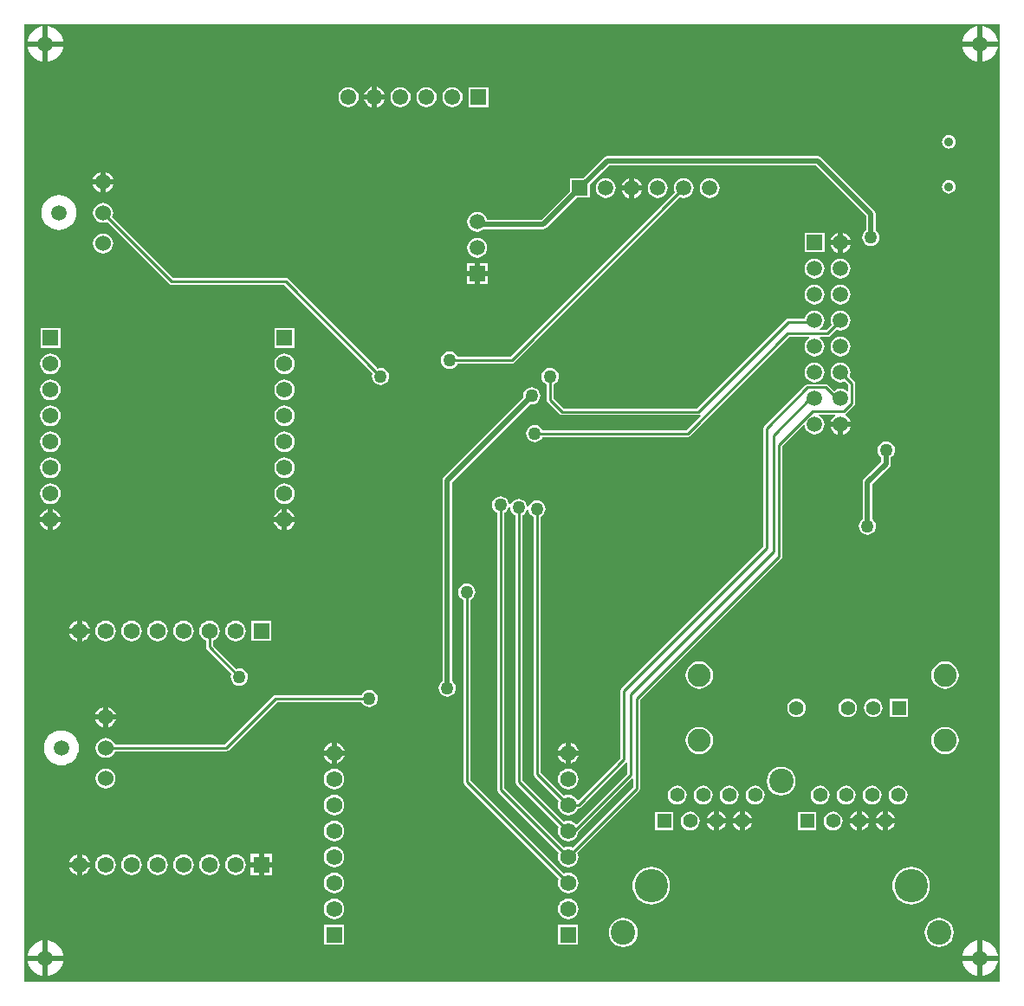
<source format=gbl>
G04*
G04 #@! TF.GenerationSoftware,Altium Limited,Altium Designer,19.0.10 (269)*
G04*
G04 Layer_Physical_Order=2*
G04 Layer_Color=16711680*
%FSLAX44Y44*%
%MOMM*%
G71*
G01*
G75*
%ADD10C,0.2500*%
%ADD72C,0.5000*%
%ADD74C,1.5240*%
%ADD75C,1.4000*%
%ADD76R,1.4000X1.4000*%
%ADD77C,2.4000*%
%ADD78C,3.2500*%
%ADD79R,1.5750X1.5750*%
%ADD80C,1.5750*%
%ADD81C,0.9000*%
%ADD82R,1.5750X1.5750*%
%ADD83C,1.5000*%
%ADD84C,1.5300*%
%ADD85C,2.2500*%
%ADD86R,1.5000X1.5000*%
%ADD87R,1.5000X1.5000*%
%ADD88C,1.5500*%
%ADD89R,1.5500X1.5500*%
%ADD90C,1.2700*%
G36*
X955541Y2099D02*
X2039D01*
Y939091D01*
X955541D01*
Y2099D01*
D02*
G37*
%LPC*%
G36*
X938530Y936875D02*
Y922040D01*
X953365D01*
X953276Y922938D01*
X952273Y926245D01*
X950645Y929292D01*
X948453Y931963D01*
X945782Y934155D01*
X942735Y935783D01*
X939428Y936786D01*
X938530Y936875D01*
D02*
G37*
G36*
X933450D02*
X932552Y936786D01*
X929245Y935783D01*
X926198Y934155D01*
X923527Y931963D01*
X921336Y929292D01*
X919707Y926245D01*
X918704Y922938D01*
X918615Y922040D01*
X933450D01*
Y936875D01*
D02*
G37*
G36*
X25040D02*
Y922040D01*
X39875D01*
X39786Y922938D01*
X38783Y926245D01*
X37155Y929292D01*
X34963Y931963D01*
X32292Y934155D01*
X29245Y935783D01*
X25938Y936786D01*
X25040Y936875D01*
D02*
G37*
G36*
X19960D02*
X19062Y936786D01*
X15755Y935783D01*
X12708Y934155D01*
X10037Y931963D01*
X7846Y929292D01*
X6217Y926245D01*
X5214Y922938D01*
X5125Y922040D01*
X19960D01*
Y936875D01*
D02*
G37*
G36*
X953365Y916960D02*
X938530D01*
Y902125D01*
X939428Y902214D01*
X942735Y903217D01*
X945782Y904846D01*
X948453Y907037D01*
X950645Y909708D01*
X952273Y912755D01*
X953276Y916061D01*
X953365Y916960D01*
D02*
G37*
G36*
X933450D02*
X918615D01*
X918704Y916061D01*
X919707Y912755D01*
X921336Y909708D01*
X923527Y907037D01*
X926198Y904846D01*
X929245Y903217D01*
X932552Y902214D01*
X933450Y902125D01*
Y916960D01*
D02*
G37*
G36*
X39875D02*
X25040D01*
Y902125D01*
X25938Y902214D01*
X29245Y903217D01*
X32292Y904846D01*
X34963Y907037D01*
X37155Y909708D01*
X38783Y912755D01*
X39786Y916061D01*
X39875Y916960D01*
D02*
G37*
G36*
X19960D02*
X5125D01*
X5214Y916061D01*
X6217Y912755D01*
X7846Y909708D01*
X10037Y907037D01*
X12708Y904846D01*
X15755Y903217D01*
X19062Y902214D01*
X19960Y902125D01*
Y916960D01*
D02*
G37*
G36*
X346710Y877514D02*
Y870010D01*
X354214D01*
X354195Y870156D01*
X353158Y872659D01*
X351509Y874809D01*
X349359Y876458D01*
X346856Y877495D01*
X346710Y877514D01*
D02*
G37*
G36*
X341630D02*
X341484Y877495D01*
X338981Y876458D01*
X336831Y874809D01*
X335182Y872659D01*
X334145Y870156D01*
X334126Y870010D01*
X341630D01*
Y877514D01*
D02*
G37*
G36*
X455552Y877252D02*
X435988D01*
Y857688D01*
X455552D01*
Y877252D01*
D02*
G37*
G36*
X420370Y877336D02*
X417816Y877000D01*
X415437Y876015D01*
X413393Y874447D01*
X411825Y872403D01*
X410840Y870024D01*
X410504Y867470D01*
X410840Y864916D01*
X411825Y862537D01*
X413393Y860493D01*
X415437Y858925D01*
X417816Y857940D01*
X420370Y857604D01*
X422924Y857940D01*
X425303Y858925D01*
X427347Y860493D01*
X428915Y862537D01*
X429900Y864916D01*
X430236Y867470D01*
X429900Y870024D01*
X428915Y872403D01*
X427347Y874447D01*
X425303Y876015D01*
X422924Y877000D01*
X420370Y877336D01*
D02*
G37*
G36*
X394970D02*
X392416Y877000D01*
X390037Y876015D01*
X387993Y874447D01*
X386425Y872403D01*
X385440Y870024D01*
X385104Y867470D01*
X385440Y864916D01*
X386425Y862537D01*
X387993Y860493D01*
X390037Y858925D01*
X392416Y857940D01*
X394970Y857604D01*
X397524Y857940D01*
X399903Y858925D01*
X401947Y860493D01*
X403515Y862537D01*
X404500Y864916D01*
X404836Y867470D01*
X404500Y870024D01*
X403515Y872403D01*
X401947Y874447D01*
X399903Y876015D01*
X397524Y877000D01*
X394970Y877336D01*
D02*
G37*
G36*
X369570D02*
X367016Y877000D01*
X364637Y876015D01*
X362593Y874447D01*
X361025Y872403D01*
X360040Y870024D01*
X359704Y867470D01*
X360040Y864916D01*
X361025Y862537D01*
X362593Y860493D01*
X364637Y858925D01*
X367016Y857940D01*
X369570Y857604D01*
X372124Y857940D01*
X374503Y858925D01*
X376547Y860493D01*
X378115Y862537D01*
X379100Y864916D01*
X379436Y867470D01*
X379100Y870024D01*
X378115Y872403D01*
X376547Y874447D01*
X374503Y876015D01*
X372124Y877000D01*
X369570Y877336D01*
D02*
G37*
G36*
X318770D02*
X316216Y877000D01*
X313837Y876015D01*
X311793Y874447D01*
X310225Y872403D01*
X309240Y870024D01*
X308904Y867470D01*
X309240Y864916D01*
X310225Y862537D01*
X311793Y860493D01*
X313837Y858925D01*
X316216Y857940D01*
X318770Y857604D01*
X321324Y857940D01*
X323703Y858925D01*
X325747Y860493D01*
X327315Y862537D01*
X328300Y864916D01*
X328636Y867470D01*
X328300Y870024D01*
X327315Y872403D01*
X325747Y874447D01*
X323703Y876015D01*
X321324Y877000D01*
X318770Y877336D01*
D02*
G37*
G36*
X354214Y864930D02*
X346710D01*
Y857426D01*
X346856Y857445D01*
X349359Y858482D01*
X351509Y860131D01*
X353158Y862281D01*
X354195Y864784D01*
X354214Y864930D01*
D02*
G37*
G36*
X341630D02*
X334126D01*
X334145Y864784D01*
X335182Y862281D01*
X336831Y860131D01*
X338981Y858482D01*
X341484Y857445D01*
X341630Y857426D01*
Y864930D01*
D02*
G37*
G36*
X905395Y830428D02*
X903690Y830204D01*
X902101Y829546D01*
X900736Y828499D01*
X899689Y827134D01*
X899031Y825545D01*
X898807Y823840D01*
X899031Y822135D01*
X899689Y820546D01*
X900736Y819181D01*
X902101Y818134D01*
X903690Y817476D01*
X905395Y817252D01*
X907100Y817476D01*
X908689Y818134D01*
X910054Y819181D01*
X911101Y820546D01*
X911759Y822135D01*
X911983Y823840D01*
X911759Y825545D01*
X911101Y827134D01*
X910054Y828499D01*
X908689Y829546D01*
X907100Y830204D01*
X905395Y830428D01*
D02*
G37*
G36*
X81490Y794444D02*
Y787040D01*
X88893D01*
X88878Y787160D01*
X87851Y789639D01*
X86218Y791768D01*
X84089Y793401D01*
X81610Y794428D01*
X81490Y794444D01*
D02*
G37*
G36*
X76410Y794444D02*
X76290Y794428D01*
X73811Y793401D01*
X71682Y791768D01*
X70049Y789639D01*
X69022Y787160D01*
X69006Y787040D01*
X76410D01*
Y794444D01*
D02*
G37*
G36*
X598170Y788362D02*
Y781110D01*
X605422D01*
X605412Y781191D01*
X604400Y783633D01*
X602791Y785731D01*
X600693Y787340D01*
X598251Y788352D01*
X598170Y788362D01*
D02*
G37*
G36*
X593090D02*
X593009Y788352D01*
X590567Y787340D01*
X588469Y785731D01*
X586860Y783633D01*
X585848Y781191D01*
X585838Y781110D01*
X593090D01*
Y788362D01*
D02*
G37*
G36*
X88893Y781960D02*
X81490D01*
Y774557D01*
X81610Y774572D01*
X84089Y775599D01*
X86218Y777232D01*
X87851Y779361D01*
X88878Y781840D01*
X88893Y781960D01*
D02*
G37*
G36*
X76410D02*
X69006D01*
X69022Y781840D01*
X70049Y779361D01*
X71682Y777232D01*
X73811Y775599D01*
X76290Y774572D01*
X76410Y774557D01*
Y781960D01*
D02*
G37*
G36*
X905395Y786428D02*
X903690Y786204D01*
X902101Y785546D01*
X900736Y784499D01*
X899689Y783134D01*
X899031Y781545D01*
X898807Y779840D01*
X899031Y778135D01*
X899689Y776546D01*
X900736Y775181D01*
X902101Y774134D01*
X903690Y773476D01*
X905395Y773252D01*
X907100Y773476D01*
X908689Y774134D01*
X910054Y775181D01*
X911101Y776546D01*
X911759Y778135D01*
X911983Y779840D01*
X911759Y781545D01*
X911101Y783134D01*
X910054Y784499D01*
X908689Y785546D01*
X907100Y786204D01*
X905395Y786428D01*
D02*
G37*
G36*
X671830Y788184D02*
X669342Y787857D01*
X667023Y786896D01*
X665032Y785368D01*
X663504Y783377D01*
X662543Y781058D01*
X662216Y778570D01*
X662543Y776082D01*
X663504Y773763D01*
X665032Y771772D01*
X667023Y770244D01*
X669342Y769283D01*
X671830Y768956D01*
X674318Y769283D01*
X676637Y770244D01*
X678628Y771772D01*
X680156Y773763D01*
X681117Y776082D01*
X681444Y778570D01*
X681117Y781058D01*
X680156Y783377D01*
X678628Y785368D01*
X676637Y786896D01*
X674318Y787857D01*
X671830Y788184D01*
D02*
G37*
G36*
X646430D02*
X643942Y787857D01*
X641623Y786896D01*
X639632Y785368D01*
X638104Y783377D01*
X637143Y781058D01*
X636816Y778570D01*
X637143Y776082D01*
X637748Y774621D01*
X476816Y613688D01*
X425356D01*
X424991Y614569D01*
X423647Y616320D01*
X421896Y617663D01*
X419857Y618508D01*
X417669Y618796D01*
X415481Y618508D01*
X413442Y617663D01*
X411691Y616320D01*
X410348Y614569D01*
X409503Y612530D01*
X409215Y610342D01*
X409503Y608153D01*
X410348Y606115D01*
X411691Y604364D01*
X413442Y603020D01*
X415481Y602175D01*
X417669Y601887D01*
X419857Y602175D01*
X421896Y603020D01*
X423647Y604364D01*
X424991Y606115D01*
X425356Y606995D01*
X478202D01*
X479482Y607250D01*
X480568Y607976D01*
X642481Y769889D01*
X643942Y769283D01*
X646430Y768956D01*
X648918Y769283D01*
X651237Y770244D01*
X653228Y771772D01*
X654756Y773763D01*
X655717Y776082D01*
X656044Y778570D01*
X655717Y781058D01*
X654756Y783377D01*
X653228Y785368D01*
X651237Y786896D01*
X648918Y787857D01*
X646430Y788184D01*
D02*
G37*
G36*
X621030D02*
X618542Y787857D01*
X616223Y786896D01*
X614232Y785368D01*
X612704Y783377D01*
X611743Y781058D01*
X611416Y778570D01*
X611743Y776082D01*
X612704Y773763D01*
X614232Y771772D01*
X616223Y770244D01*
X618542Y769283D01*
X621030Y768956D01*
X623518Y769283D01*
X625837Y770244D01*
X627828Y771772D01*
X629356Y773763D01*
X630317Y776082D01*
X630644Y778570D01*
X630317Y781058D01*
X629356Y783377D01*
X627828Y785368D01*
X625837Y786896D01*
X623518Y787857D01*
X621030Y788184D01*
D02*
G37*
G36*
X570230D02*
X567742Y787857D01*
X565423Y786896D01*
X563432Y785368D01*
X561904Y783377D01*
X560943Y781058D01*
X560616Y778570D01*
X560943Y776082D01*
X561904Y773763D01*
X563432Y771772D01*
X565423Y770244D01*
X567742Y769283D01*
X570230Y768956D01*
X572718Y769283D01*
X575037Y770244D01*
X577028Y771772D01*
X578556Y773763D01*
X579517Y776082D01*
X579844Y778570D01*
X579517Y781058D01*
X578556Y783377D01*
X577028Y785368D01*
X575037Y786896D01*
X572718Y787857D01*
X570230Y788184D01*
D02*
G37*
G36*
X605422Y776030D02*
X598170D01*
Y768778D01*
X598251Y768788D01*
X600693Y769800D01*
X602791Y771409D01*
X604400Y773507D01*
X605412Y775949D01*
X605422Y776030D01*
D02*
G37*
G36*
X593090D02*
X585838D01*
X585848Y775949D01*
X586860Y773507D01*
X588469Y771409D01*
X590567Y769800D01*
X593009Y768788D01*
X593090Y768778D01*
Y776030D01*
D02*
G37*
G36*
X35750Y771614D02*
X32411Y771286D01*
X29201Y770312D01*
X26242Y768730D01*
X23648Y766602D01*
X21520Y764008D01*
X19938Y761049D01*
X18964Y757839D01*
X18636Y754500D01*
X18964Y751161D01*
X19938Y747951D01*
X21520Y744992D01*
X23648Y742398D01*
X26242Y740270D01*
X29201Y738688D01*
X32411Y737714D01*
X35750Y737386D01*
X39089Y737714D01*
X42299Y738688D01*
X45258Y740270D01*
X47852Y742398D01*
X49980Y744992D01*
X51562Y747951D01*
X52536Y751161D01*
X52864Y754500D01*
X52536Y757839D01*
X51562Y761049D01*
X49980Y764008D01*
X47852Y766602D01*
X45258Y768730D01*
X42299Y770312D01*
X39089Y771286D01*
X35750Y771614D01*
D02*
G37*
G36*
X802250Y735022D02*
Y727770D01*
X809502D01*
X809492Y727851D01*
X808480Y730293D01*
X806871Y732391D01*
X804773Y734000D01*
X802331Y735012D01*
X802250Y735022D01*
D02*
G37*
G36*
X797170Y735022D02*
X797089Y735012D01*
X794647Y734000D01*
X792549Y732391D01*
X790940Y730293D01*
X789928Y727851D01*
X789918Y727770D01*
X797170D01*
Y735022D01*
D02*
G37*
G36*
X777240Y809861D02*
X777240Y809861D01*
X571500D01*
X569732Y809509D01*
X568233Y808507D01*
X568232Y808507D01*
X547827Y788102D01*
X535298D01*
Y775573D01*
X507356Y747631D01*
X453840D01*
X453787Y748038D01*
X452826Y750357D01*
X451298Y752348D01*
X449307Y753876D01*
X446988Y754837D01*
X444500Y755164D01*
X442012Y754837D01*
X439693Y753876D01*
X437702Y752348D01*
X436174Y750357D01*
X435213Y748038D01*
X434886Y745550D01*
X435213Y743062D01*
X436174Y740743D01*
X437702Y738752D01*
X439693Y737224D01*
X442012Y736263D01*
X444500Y735936D01*
X446988Y736263D01*
X449307Y737224D01*
X450826Y738389D01*
X509270D01*
X509270Y738389D01*
X511038Y738741D01*
X512537Y739743D01*
X541833Y769038D01*
X554362D01*
Y781567D01*
X573414Y800619D01*
X775326D01*
X824689Y751256D01*
Y737330D01*
X823332Y736288D01*
X821988Y734537D01*
X821144Y732498D01*
X820856Y730310D01*
X821144Y728122D01*
X821988Y726083D01*
X823332Y724332D01*
X825083Y722988D01*
X827122Y722144D01*
X829310Y721856D01*
X831498Y722144D01*
X833537Y722988D01*
X835288Y724332D01*
X836632Y726083D01*
X837476Y728122D01*
X837764Y730310D01*
X837476Y732498D01*
X836632Y734537D01*
X835288Y736288D01*
X833931Y737330D01*
Y753170D01*
X833931Y753170D01*
X833579Y754938D01*
X832577Y756437D01*
X832577Y756438D01*
X780507Y808507D01*
X779008Y809509D01*
X777240Y809861D01*
D02*
G37*
G36*
X783842Y734762D02*
X764778D01*
Y715698D01*
X783842D01*
Y734762D01*
D02*
G37*
G36*
X809502Y722690D02*
X802250D01*
Y715438D01*
X802331Y715448D01*
X804773Y716460D01*
X806871Y718069D01*
X808480Y720167D01*
X809492Y722609D01*
X809502Y722690D01*
D02*
G37*
G36*
X797170D02*
X789918D01*
X789928Y722609D01*
X790940Y720167D01*
X792549Y718069D01*
X794647Y716460D01*
X797089Y715448D01*
X797170Y715438D01*
Y722690D01*
D02*
G37*
G36*
X78950Y734266D02*
X76423Y733933D01*
X74067Y732957D01*
X72045Y731405D01*
X70493Y729383D01*
X69517Y727028D01*
X69184Y724500D01*
X69517Y721973D01*
X70493Y719617D01*
X72045Y717595D01*
X74067Y716043D01*
X76423Y715067D01*
X78950Y714734D01*
X81477Y715067D01*
X83833Y716043D01*
X85855Y717595D01*
X87407Y719617D01*
X88383Y721973D01*
X88715Y724500D01*
X88383Y727028D01*
X87407Y729383D01*
X85855Y731405D01*
X83833Y732957D01*
X81477Y733933D01*
X78950Y734266D01*
D02*
G37*
G36*
X444500Y729764D02*
X442012Y729437D01*
X439693Y728476D01*
X437702Y726948D01*
X436174Y724957D01*
X435213Y722638D01*
X434886Y720150D01*
X435213Y717662D01*
X436174Y715343D01*
X437702Y713352D01*
X439693Y711824D01*
X442012Y710863D01*
X444500Y710536D01*
X446988Y710863D01*
X449307Y711824D01*
X451298Y713352D01*
X452826Y715343D01*
X453787Y717662D01*
X454114Y720150D01*
X453787Y722638D01*
X452826Y724957D01*
X451298Y726948D01*
X449307Y728476D01*
X446988Y729437D01*
X444500Y729764D01*
D02*
G37*
G36*
X454540Y704790D02*
X447040D01*
Y697290D01*
X454540D01*
Y704790D01*
D02*
G37*
G36*
X441960D02*
X434460D01*
Y697290D01*
X441960D01*
Y704790D01*
D02*
G37*
G36*
X799710Y709444D02*
X797222Y709117D01*
X794903Y708156D01*
X792912Y706628D01*
X791384Y704637D01*
X790423Y702318D01*
X790096Y699830D01*
X790423Y697342D01*
X791384Y695023D01*
X792912Y693032D01*
X794903Y691504D01*
X797222Y690543D01*
X799710Y690216D01*
X802198Y690543D01*
X804517Y691504D01*
X806508Y693032D01*
X808036Y695023D01*
X808997Y697342D01*
X809324Y699830D01*
X808997Y702318D01*
X808036Y704637D01*
X806508Y706628D01*
X804517Y708156D01*
X802198Y709117D01*
X799710Y709444D01*
D02*
G37*
G36*
X774310D02*
X771822Y709117D01*
X769503Y708156D01*
X767512Y706628D01*
X765984Y704637D01*
X765023Y702318D01*
X764696Y699830D01*
X765023Y697342D01*
X765984Y695023D01*
X767512Y693032D01*
X769503Y691504D01*
X771822Y690543D01*
X774310Y690216D01*
X776798Y690543D01*
X779117Y691504D01*
X781108Y693032D01*
X782636Y695023D01*
X783597Y697342D01*
X783924Y699830D01*
X783597Y702318D01*
X782636Y704637D01*
X781108Y706628D01*
X779117Y708156D01*
X776798Y709117D01*
X774310Y709444D01*
D02*
G37*
G36*
X454540Y692210D02*
X447040D01*
Y684710D01*
X454540D01*
Y692210D01*
D02*
G37*
G36*
X441960D02*
X434460D01*
Y684710D01*
X441960D01*
Y692210D01*
D02*
G37*
G36*
X799710Y684044D02*
X797222Y683717D01*
X794903Y682756D01*
X792912Y681228D01*
X791384Y679237D01*
X790423Y676918D01*
X790096Y674430D01*
X790423Y671942D01*
X791384Y669623D01*
X792912Y667632D01*
X794903Y666104D01*
X797222Y665143D01*
X799710Y664816D01*
X802198Y665143D01*
X804517Y666104D01*
X806508Y667632D01*
X808036Y669623D01*
X808997Y671942D01*
X809324Y674430D01*
X808997Y676918D01*
X808036Y679237D01*
X806508Y681228D01*
X804517Y682756D01*
X802198Y683717D01*
X799710Y684044D01*
D02*
G37*
G36*
X774310D02*
X771822Y683717D01*
X769503Y682756D01*
X767512Y681228D01*
X765984Y679237D01*
X765023Y676918D01*
X764696Y674430D01*
X765023Y671942D01*
X765984Y669623D01*
X767512Y667632D01*
X769503Y666104D01*
X771822Y665143D01*
X774310Y664816D01*
X776798Y665143D01*
X779117Y666104D01*
X781108Y667632D01*
X782636Y669623D01*
X783597Y671942D01*
X783924Y674430D01*
X783597Y676918D01*
X782636Y679237D01*
X781108Y681228D01*
X779117Y682756D01*
X776798Y683717D01*
X774310Y684044D01*
D02*
G37*
G36*
X799710Y658644D02*
X797222Y658317D01*
X794903Y657356D01*
X792912Y655828D01*
X791384Y653837D01*
X790423Y651518D01*
X790096Y649030D01*
X790423Y646542D01*
X791029Y645081D01*
X785624Y639676D01*
X779816D01*
X779433Y640946D01*
X781108Y642232D01*
X782636Y644223D01*
X783597Y646542D01*
X783924Y649030D01*
X783597Y651518D01*
X782636Y653837D01*
X781108Y655828D01*
X779117Y657356D01*
X776798Y658317D01*
X774310Y658644D01*
X771822Y658317D01*
X769503Y657356D01*
X767512Y655828D01*
X765984Y653837D01*
X765023Y651518D01*
X764969Y651106D01*
X748510D01*
X747229Y650852D01*
X746144Y650126D01*
X659259Y563242D01*
X528671D01*
X519086Y572826D01*
Y586733D01*
X519967Y587098D01*
X521718Y588442D01*
X523062Y590193D01*
X523906Y592232D01*
X524194Y594420D01*
X523906Y596608D01*
X523062Y598647D01*
X521718Y600398D01*
X519967Y601742D01*
X517928Y602586D01*
X515740Y602874D01*
X513552Y602586D01*
X511513Y601742D01*
X509762Y600398D01*
X508418Y598647D01*
X507574Y596608D01*
X507286Y594420D01*
X507574Y592232D01*
X508418Y590193D01*
X509762Y588442D01*
X511513Y587098D01*
X512394Y586733D01*
Y571440D01*
X512648Y570159D01*
X513374Y569074D01*
X524918Y557529D01*
X526004Y556804D01*
X527285Y556549D01*
X660646D01*
X661926Y556804D01*
X662075Y556904D01*
X662885Y555917D01*
X648854Y541886D01*
X508427D01*
X508062Y542767D01*
X506718Y544518D01*
X504967Y545862D01*
X502928Y546706D01*
X500740Y546994D01*
X498552Y546706D01*
X496513Y545862D01*
X494762Y544518D01*
X493418Y542767D01*
X492574Y540728D01*
X492286Y538540D01*
X492574Y536352D01*
X493418Y534313D01*
X494762Y532562D01*
X496513Y531218D01*
X498552Y530374D01*
X500740Y530086D01*
X502928Y530374D01*
X504967Y531218D01*
X506718Y532562D01*
X508062Y534313D01*
X508427Y535194D01*
X650240D01*
X651521Y535448D01*
X652606Y536174D01*
X749416Y632984D01*
X768804D01*
X769187Y631714D01*
X767512Y630428D01*
X765984Y628437D01*
X765023Y626118D01*
X764696Y623630D01*
X765023Y621142D01*
X765984Y618823D01*
X767512Y616832D01*
X769503Y615304D01*
X771822Y614343D01*
X774310Y614016D01*
X776798Y614343D01*
X779117Y615304D01*
X781108Y616832D01*
X782636Y618823D01*
X783597Y621142D01*
X783924Y623630D01*
X783597Y626118D01*
X782636Y628437D01*
X781108Y630428D01*
X779433Y631714D01*
X779816Y632984D01*
X787010D01*
X788291Y633238D01*
X789376Y633964D01*
X795761Y640349D01*
X797222Y639743D01*
X799710Y639416D01*
X802198Y639743D01*
X804517Y640704D01*
X806508Y642232D01*
X808036Y644223D01*
X808997Y646542D01*
X809324Y649030D01*
X808997Y651518D01*
X808036Y653837D01*
X806508Y655828D01*
X804517Y657356D01*
X802198Y658317D01*
X799710Y658644D01*
D02*
G37*
G36*
X266157Y641957D02*
X246343D01*
Y622143D01*
X266157D01*
Y641957D01*
D02*
G37*
G36*
X37407D02*
X17593D01*
Y622143D01*
X37407D01*
Y641957D01*
D02*
G37*
G36*
X799710Y633244D02*
X797222Y632917D01*
X794903Y631956D01*
X792912Y630428D01*
X791384Y628437D01*
X790423Y626118D01*
X790096Y623630D01*
X790423Y621142D01*
X791384Y618823D01*
X792912Y616832D01*
X794903Y615304D01*
X797222Y614343D01*
X799710Y614016D01*
X802198Y614343D01*
X804517Y615304D01*
X806508Y616832D01*
X808036Y618823D01*
X808997Y621142D01*
X809324Y623630D01*
X808997Y626118D01*
X808036Y628437D01*
X806508Y630428D01*
X804517Y631956D01*
X802198Y632917D01*
X799710Y633244D01*
D02*
G37*
G36*
X256250Y616642D02*
X253664Y616302D01*
X251254Y615304D01*
X249184Y613716D01*
X247596Y611646D01*
X246598Y609236D01*
X246257Y606650D01*
X246598Y604064D01*
X247596Y601654D01*
X249184Y599584D01*
X251254Y597996D01*
X253664Y596998D01*
X256250Y596657D01*
X258836Y596998D01*
X261246Y597996D01*
X263316Y599584D01*
X264904Y601654D01*
X265902Y604064D01*
X266243Y606650D01*
X265902Y609236D01*
X264904Y611646D01*
X263316Y613716D01*
X261246Y615304D01*
X258836Y616302D01*
X256250Y616642D01*
D02*
G37*
G36*
X27500D02*
X24914Y616302D01*
X22504Y615304D01*
X20434Y613716D01*
X18846Y611646D01*
X17848Y609236D01*
X17507Y606650D01*
X17848Y604064D01*
X18846Y601654D01*
X20434Y599584D01*
X22504Y597996D01*
X24914Y596998D01*
X27500Y596657D01*
X30086Y596998D01*
X32496Y597996D01*
X34566Y599584D01*
X36154Y601654D01*
X37152Y604064D01*
X37492Y606650D01*
X37152Y609236D01*
X36154Y611646D01*
X34566Y613716D01*
X32496Y615304D01*
X30086Y616302D01*
X27500Y616642D01*
D02*
G37*
G36*
X774310Y607844D02*
X771822Y607517D01*
X769503Y606556D01*
X767512Y605028D01*
X765984Y603037D01*
X765023Y600718D01*
X764696Y598230D01*
X765023Y595742D01*
X765984Y593423D01*
X767512Y591432D01*
X769503Y589904D01*
X771822Y588943D01*
X774310Y588616D01*
X776798Y588943D01*
X779117Y589904D01*
X781108Y591432D01*
X782636Y593423D01*
X783597Y595742D01*
X783924Y598230D01*
X783597Y600718D01*
X782636Y603037D01*
X781108Y605028D01*
X779117Y606556D01*
X776798Y607517D01*
X774310Y607844D01*
D02*
G37*
G36*
X78950Y764266D02*
X76423Y763933D01*
X74067Y762957D01*
X72045Y761405D01*
X70493Y759383D01*
X69517Y757028D01*
X69184Y754500D01*
X69517Y751973D01*
X70493Y749617D01*
X72045Y747595D01*
X74067Y746043D01*
X76423Y745067D01*
X78950Y744734D01*
X81477Y745067D01*
X83014Y745704D01*
X143834Y684884D01*
X144919Y684158D01*
X146200Y683904D01*
X256034D01*
X342449Y597489D01*
X342084Y596608D01*
X341796Y594420D01*
X342084Y592232D01*
X342928Y590193D01*
X344272Y588442D01*
X346023Y587098D01*
X348062Y586254D01*
X350250Y585966D01*
X352438Y586254D01*
X354477Y587098D01*
X356228Y588442D01*
X357572Y590193D01*
X358416Y592232D01*
X358704Y594420D01*
X358416Y596608D01*
X357572Y598647D01*
X356228Y600398D01*
X354477Y601742D01*
X352438Y602586D01*
X350250Y602874D01*
X348062Y602586D01*
X347181Y602221D01*
X259786Y689616D01*
X258701Y690342D01*
X257420Y690596D01*
X147586D01*
X87746Y750436D01*
X88383Y751973D01*
X88715Y754500D01*
X88383Y757028D01*
X87407Y759383D01*
X85855Y761405D01*
X83833Y762957D01*
X81477Y763933D01*
X78950Y764266D01*
D02*
G37*
G36*
X799710Y607844D02*
X797222Y607517D01*
X794903Y606556D01*
X792912Y605028D01*
X791384Y603037D01*
X790423Y600718D01*
X790096Y598230D01*
X790423Y595742D01*
X791384Y593423D01*
X792912Y591432D01*
X794903Y589904D01*
X797222Y588943D01*
X799710Y588616D01*
X802198Y588943D01*
X803659Y589548D01*
X807146Y586062D01*
Y580740D01*
X805876Y580114D01*
X804517Y581156D01*
X802198Y582117D01*
X799710Y582444D01*
X797222Y582117D01*
X794903Y581156D01*
X793419Y580018D01*
X787458Y585978D01*
X786373Y586704D01*
X785092Y586958D01*
X767702D01*
X766421Y586704D01*
X765336Y585978D01*
X725344Y545986D01*
X724618Y544901D01*
X724364Y543620D01*
Y428166D01*
X585644Y289446D01*
X584918Y288361D01*
X584664Y287080D01*
Y221156D01*
X543484Y179976D01*
X542212Y180119D01*
X542043Y180331D01*
X540466Y182386D01*
X538396Y183974D01*
X535986Y184972D01*
X533400Y185312D01*
X530814Y184972D01*
X529164Y184289D01*
X506266Y207186D01*
Y457193D01*
X507147Y457558D01*
X508898Y458902D01*
X510242Y460653D01*
X511086Y462692D01*
X511374Y464880D01*
X511086Y467068D01*
X510242Y469107D01*
X508898Y470858D01*
X507147Y472202D01*
X505108Y473046D01*
X502920Y473334D01*
X500732Y473046D01*
X498693Y472202D01*
X496942Y470858D01*
X495598Y469107D01*
X494754Y467068D01*
X493473Y467071D01*
X493306Y468338D01*
X492462Y470377D01*
X491118Y472128D01*
X489367Y473472D01*
X487328Y474316D01*
X485140Y474604D01*
X482952Y474316D01*
X480913Y473472D01*
X479162Y472128D01*
X477818Y470377D01*
X477065Y468557D01*
X475814Y468690D01*
X475526Y470878D01*
X474682Y472917D01*
X473338Y474668D01*
X471587Y476012D01*
X469548Y476856D01*
X467360Y477144D01*
X465172Y476856D01*
X463133Y476012D01*
X461382Y474668D01*
X460038Y472917D01*
X459194Y470878D01*
X458906Y468690D01*
X459194Y466502D01*
X460038Y464463D01*
X461382Y462712D01*
X463133Y461368D01*
X464014Y461003D01*
Y190560D01*
X464268Y189279D01*
X464994Y188194D01*
X524431Y128756D01*
X523748Y127106D01*
X523408Y124520D01*
X523748Y121934D01*
X524746Y119524D01*
X526334Y117454D01*
X528404Y115866D01*
X530814Y114868D01*
X533400Y114528D01*
X535986Y114868D01*
X538396Y115866D01*
X540466Y117454D01*
X542054Y119524D01*
X543052Y121934D01*
X543392Y124520D01*
X543052Y127106D01*
X542369Y128756D01*
X602728Y189116D01*
X603453Y190201D01*
X603708Y191482D01*
Y278015D01*
X741700Y416007D01*
X742426Y417093D01*
X742680Y418373D01*
Y526316D01*
X763459Y547095D01*
X764800Y546640D01*
X765023Y544942D01*
X765984Y542623D01*
X767512Y540632D01*
X769503Y539104D01*
X771822Y538143D01*
X774310Y537816D01*
X776798Y538143D01*
X779117Y539104D01*
X781108Y540632D01*
X782636Y542623D01*
X783597Y544942D01*
X783924Y547430D01*
X783597Y549918D01*
X782636Y552237D01*
X781108Y554228D01*
X779117Y555756D01*
X778451Y556032D01*
X778703Y557302D01*
X794090D01*
X794290Y556906D01*
X794428Y556032D01*
X792549Y554591D01*
X790940Y552493D01*
X789928Y550051D01*
X789918Y549970D01*
X799710D01*
X809502D01*
X809492Y550051D01*
X808480Y552493D01*
X806871Y554591D01*
X804773Y556200D01*
X804381Y556362D01*
X804293Y556687D01*
X804347Y557751D01*
X805143Y558282D01*
X812858Y565998D01*
X813584Y567083D01*
X813838Y568364D01*
Y587448D01*
X813584Y588729D01*
X812858Y589814D01*
X808391Y594281D01*
X808997Y595742D01*
X809324Y598230D01*
X808997Y600718D01*
X808036Y603037D01*
X806508Y605028D01*
X804517Y606556D01*
X802198Y607517D01*
X799710Y607844D01*
D02*
G37*
G36*
X256250Y591242D02*
X253664Y590902D01*
X251254Y589904D01*
X249184Y588316D01*
X247596Y586246D01*
X246598Y583836D01*
X246257Y581250D01*
X246598Y578664D01*
X247596Y576254D01*
X249184Y574184D01*
X251254Y572596D01*
X253664Y571598D01*
X256250Y571258D01*
X258836Y571598D01*
X261246Y572596D01*
X263316Y574184D01*
X264904Y576254D01*
X265902Y578664D01*
X266243Y581250D01*
X265902Y583836D01*
X264904Y586246D01*
X263316Y588316D01*
X261246Y589904D01*
X258836Y590902D01*
X256250Y591242D01*
D02*
G37*
G36*
X27500D02*
X24914Y590902D01*
X22504Y589904D01*
X20434Y588316D01*
X18846Y586246D01*
X17848Y583836D01*
X17507Y581250D01*
X17848Y578664D01*
X18846Y576254D01*
X20434Y574184D01*
X22504Y572596D01*
X24914Y571598D01*
X27500Y571258D01*
X30086Y571598D01*
X32496Y572596D01*
X34566Y574184D01*
X36154Y576254D01*
X37152Y578664D01*
X37492Y581250D01*
X37152Y583836D01*
X36154Y586246D01*
X34566Y588316D01*
X32496Y589904D01*
X30086Y590902D01*
X27500Y591242D01*
D02*
G37*
G36*
X497840Y583817D02*
X495652Y583529D01*
X493613Y582685D01*
X491862Y581341D01*
X490518Y579590D01*
X489674Y577551D01*
X489386Y575363D01*
X489609Y573667D01*
X412023Y496080D01*
X411021Y494581D01*
X410669Y492813D01*
X410669Y492813D01*
Y296640D01*
X409312Y295598D01*
X407968Y293847D01*
X407124Y291808D01*
X406836Y289620D01*
X407124Y287432D01*
X407968Y285393D01*
X409312Y283642D01*
X411063Y282298D01*
X413102Y281454D01*
X415290Y281166D01*
X417478Y281454D01*
X419517Y282298D01*
X421268Y283642D01*
X422612Y285393D01*
X423456Y287432D01*
X423744Y289620D01*
X423456Y291808D01*
X422612Y293847D01*
X421268Y295598D01*
X419911Y296640D01*
Y490899D01*
X496144Y567132D01*
X497840Y566909D01*
X500028Y567197D01*
X502067Y568041D01*
X503818Y569385D01*
X505162Y571136D01*
X506006Y573175D01*
X506294Y575363D01*
X506006Y577551D01*
X505162Y579590D01*
X503818Y581341D01*
X502067Y582685D01*
X500028Y583529D01*
X497840Y583817D01*
D02*
G37*
G36*
X256250Y565843D02*
X253664Y565502D01*
X251254Y564504D01*
X249184Y562916D01*
X247596Y560846D01*
X246598Y558436D01*
X246257Y555850D01*
X246598Y553264D01*
X247596Y550854D01*
X249184Y548784D01*
X251254Y547196D01*
X253664Y546198D01*
X256250Y545858D01*
X258836Y546198D01*
X261246Y547196D01*
X263316Y548784D01*
X264904Y550854D01*
X265902Y553264D01*
X266243Y555850D01*
X265902Y558436D01*
X264904Y560846D01*
X263316Y562916D01*
X261246Y564504D01*
X258836Y565502D01*
X256250Y565843D01*
D02*
G37*
G36*
X27500D02*
X24914Y565502D01*
X22504Y564504D01*
X20434Y562916D01*
X18846Y560846D01*
X17848Y558436D01*
X17507Y555850D01*
X17848Y553264D01*
X18846Y550854D01*
X20434Y548784D01*
X22504Y547196D01*
X24914Y546198D01*
X27500Y545858D01*
X30086Y546198D01*
X32496Y547196D01*
X34566Y548784D01*
X36154Y550854D01*
X37152Y553264D01*
X37492Y555850D01*
X37152Y558436D01*
X36154Y560846D01*
X34566Y562916D01*
X32496Y564504D01*
X30086Y565502D01*
X27500Y565843D01*
D02*
G37*
G36*
X809502Y544890D02*
X802250D01*
Y537638D01*
X802331Y537648D01*
X804773Y538660D01*
X806871Y540269D01*
X808480Y542367D01*
X809492Y544809D01*
X809502Y544890D01*
D02*
G37*
G36*
X797170D02*
X789918D01*
X789928Y544809D01*
X790940Y542367D01*
X792549Y540269D01*
X794647Y538660D01*
X797089Y537648D01*
X797170Y537638D01*
Y544890D01*
D02*
G37*
G36*
X256250Y540443D02*
X253664Y540102D01*
X251254Y539104D01*
X249184Y537516D01*
X247596Y535446D01*
X246598Y533036D01*
X246257Y530450D01*
X246598Y527864D01*
X247596Y525454D01*
X249184Y523384D01*
X251254Y521796D01*
X253664Y520798D01*
X256250Y520457D01*
X258836Y520798D01*
X261246Y521796D01*
X263316Y523384D01*
X264904Y525454D01*
X265902Y527864D01*
X266243Y530450D01*
X265902Y533036D01*
X264904Y535446D01*
X263316Y537516D01*
X261246Y539104D01*
X258836Y540102D01*
X256250Y540443D01*
D02*
G37*
G36*
X27500D02*
X24914Y540102D01*
X22504Y539104D01*
X20434Y537516D01*
X18846Y535446D01*
X17848Y533036D01*
X17507Y530450D01*
X17848Y527864D01*
X18846Y525454D01*
X20434Y523384D01*
X22504Y521796D01*
X24914Y520798D01*
X27500Y520457D01*
X30086Y520798D01*
X32496Y521796D01*
X34566Y523384D01*
X36154Y525454D01*
X37152Y527864D01*
X37492Y530450D01*
X37152Y533036D01*
X36154Y535446D01*
X34566Y537516D01*
X32496Y539104D01*
X30086Y540102D01*
X27500Y540443D01*
D02*
G37*
G36*
X256250Y515042D02*
X253664Y514702D01*
X251254Y513704D01*
X249184Y512116D01*
X247596Y510046D01*
X246598Y507636D01*
X246257Y505050D01*
X246598Y502464D01*
X247596Y500054D01*
X249184Y497984D01*
X251254Y496396D01*
X253664Y495398D01*
X256250Y495057D01*
X258836Y495398D01*
X261246Y496396D01*
X263316Y497984D01*
X264904Y500054D01*
X265902Y502464D01*
X266243Y505050D01*
X265902Y507636D01*
X264904Y510046D01*
X263316Y512116D01*
X261246Y513704D01*
X258836Y514702D01*
X256250Y515042D01*
D02*
G37*
G36*
X27500D02*
X24914Y514702D01*
X22504Y513704D01*
X20434Y512116D01*
X18846Y510046D01*
X17848Y507636D01*
X17507Y505050D01*
X17848Y502464D01*
X18846Y500054D01*
X20434Y497984D01*
X22504Y496396D01*
X24914Y495398D01*
X27500Y495057D01*
X30086Y495398D01*
X32496Y496396D01*
X34566Y497984D01*
X36154Y500054D01*
X37152Y502464D01*
X37492Y505050D01*
X37152Y507636D01*
X36154Y510046D01*
X34566Y512116D01*
X32496Y513704D01*
X30086Y514702D01*
X27500Y515042D01*
D02*
G37*
G36*
X256250Y489642D02*
X253664Y489302D01*
X251254Y488304D01*
X249184Y486716D01*
X247596Y484646D01*
X246598Y482236D01*
X246257Y479650D01*
X246598Y477064D01*
X247596Y474654D01*
X249184Y472584D01*
X251254Y470996D01*
X253664Y469998D01*
X256250Y469658D01*
X258836Y469998D01*
X261246Y470996D01*
X263316Y472584D01*
X264904Y474654D01*
X265902Y477064D01*
X266243Y479650D01*
X265902Y482236D01*
X264904Y484646D01*
X263316Y486716D01*
X261246Y488304D01*
X258836Y489302D01*
X256250Y489642D01*
D02*
G37*
G36*
X27500D02*
X24914Y489302D01*
X22504Y488304D01*
X20434Y486716D01*
X18846Y484646D01*
X17848Y482236D01*
X17507Y479650D01*
X17848Y477064D01*
X18846Y474654D01*
X20434Y472584D01*
X22504Y470996D01*
X24914Y469998D01*
X27500Y469658D01*
X30086Y469998D01*
X32496Y470996D01*
X34566Y472584D01*
X36154Y474654D01*
X37152Y477064D01*
X37492Y479650D01*
X37152Y482236D01*
X36154Y484646D01*
X34566Y486716D01*
X32496Y488304D01*
X30086Y489302D01*
X27500Y489642D01*
D02*
G37*
G36*
X258790Y464421D02*
Y456790D01*
X266420D01*
X266397Y456969D01*
X265347Y459502D01*
X263678Y461678D01*
X261502Y463348D01*
X258969Y464397D01*
X258790Y464421D01*
D02*
G37*
G36*
X253710D02*
X253531Y464397D01*
X250998Y463348D01*
X248822Y461678D01*
X247153Y459502D01*
X246103Y456969D01*
X246080Y456790D01*
X253710D01*
Y464421D01*
D02*
G37*
G36*
X30040D02*
Y456790D01*
X37670D01*
X37647Y456969D01*
X36597Y459502D01*
X34928Y461678D01*
X32752Y463348D01*
X30219Y464397D01*
X30040Y464421D01*
D02*
G37*
G36*
X24960D02*
X24781Y464397D01*
X22248Y463348D01*
X20072Y461678D01*
X18403Y459502D01*
X17353Y456969D01*
X17329Y456790D01*
X24960D01*
Y464421D01*
D02*
G37*
G36*
X266420Y451710D02*
X258790D01*
Y444080D01*
X258969Y444103D01*
X261502Y445153D01*
X263678Y446822D01*
X265347Y448998D01*
X266397Y451531D01*
X266420Y451710D01*
D02*
G37*
G36*
X37670Y451710D02*
X30040D01*
Y444080D01*
X30219Y444103D01*
X32752Y445153D01*
X34928Y446822D01*
X36597Y448998D01*
X37647Y451531D01*
X37670Y451710D01*
D02*
G37*
G36*
X24960D02*
X17329D01*
X17353Y451531D01*
X18403Y448998D01*
X20072Y446822D01*
X22248Y445153D01*
X24781Y444103D01*
X24960Y444080D01*
Y451710D01*
D02*
G37*
G36*
X253710Y451710D02*
X246080D01*
X246103Y451531D01*
X247153Y448998D01*
X248822Y446822D01*
X250998Y445153D01*
X253531Y444103D01*
X253710Y444080D01*
Y451710D01*
D02*
G37*
G36*
X844250Y530954D02*
X842062Y530666D01*
X840023Y529822D01*
X838272Y528478D01*
X836928Y526727D01*
X836084Y524688D01*
X835796Y522500D01*
X836084Y520312D01*
X836928Y518273D01*
X838272Y516522D01*
X839629Y515480D01*
Y510914D01*
X822733Y494017D01*
X821731Y492518D01*
X821379Y490750D01*
X821379Y490750D01*
Y454950D01*
X820022Y453908D01*
X818678Y452157D01*
X817834Y450118D01*
X817546Y447930D01*
X817834Y445742D01*
X818678Y443703D01*
X820022Y441952D01*
X821773Y440608D01*
X823812Y439764D01*
X826000Y439476D01*
X828188Y439764D01*
X830227Y440608D01*
X831978Y441952D01*
X833322Y443703D01*
X834166Y445742D01*
X834454Y447930D01*
X834166Y450118D01*
X833322Y452157D01*
X831978Y453908D01*
X830621Y454950D01*
Y488836D01*
X847517Y505733D01*
X848519Y507232D01*
X848871Y509000D01*
X848871Y509000D01*
Y515480D01*
X850228Y516522D01*
X851572Y518273D01*
X852416Y520312D01*
X852704Y522500D01*
X852416Y524688D01*
X851572Y526727D01*
X850228Y528478D01*
X848477Y529822D01*
X846438Y530666D01*
X844250Y530954D01*
D02*
G37*
G36*
X58420Y355671D02*
Y348040D01*
X66051D01*
X66027Y348219D01*
X64977Y350752D01*
X63308Y352928D01*
X61132Y354598D01*
X58599Y355647D01*
X58420Y355671D01*
D02*
G37*
G36*
X53340D02*
X53161Y355647D01*
X50628Y354598D01*
X48452Y352928D01*
X46782Y350752D01*
X45733Y348219D01*
X45710Y348040D01*
X53340D01*
Y355671D01*
D02*
G37*
G36*
X243587Y355407D02*
X223773D01*
Y335593D01*
X243587D01*
Y355407D01*
D02*
G37*
G36*
X208280Y355493D02*
X205694Y355152D01*
X203284Y354154D01*
X201214Y352566D01*
X199626Y350496D01*
X198628Y348086D01*
X198288Y345500D01*
X198628Y342914D01*
X199626Y340504D01*
X201214Y338434D01*
X203284Y336846D01*
X205694Y335848D01*
X208280Y335508D01*
X210866Y335848D01*
X213276Y336846D01*
X215346Y338434D01*
X216934Y340504D01*
X217932Y342914D01*
X218272Y345500D01*
X217932Y348086D01*
X216934Y350496D01*
X215346Y352566D01*
X213276Y354154D01*
X210866Y355152D01*
X208280Y355493D01*
D02*
G37*
G36*
X157480D02*
X154894Y355152D01*
X152484Y354154D01*
X150414Y352566D01*
X148826Y350496D01*
X147828Y348086D01*
X147487Y345500D01*
X147828Y342914D01*
X148826Y340504D01*
X150414Y338434D01*
X152484Y336846D01*
X154894Y335848D01*
X157480Y335508D01*
X160066Y335848D01*
X162476Y336846D01*
X164546Y338434D01*
X166134Y340504D01*
X167132Y342914D01*
X167472Y345500D01*
X167132Y348086D01*
X166134Y350496D01*
X164546Y352566D01*
X162476Y354154D01*
X160066Y355152D01*
X157480Y355493D01*
D02*
G37*
G36*
X132080D02*
X129494Y355152D01*
X127084Y354154D01*
X125014Y352566D01*
X123426Y350496D01*
X122428Y348086D01*
X122087Y345500D01*
X122428Y342914D01*
X123426Y340504D01*
X125014Y338434D01*
X127084Y336846D01*
X129494Y335848D01*
X132080Y335508D01*
X134666Y335848D01*
X137076Y336846D01*
X139146Y338434D01*
X140734Y340504D01*
X141732Y342914D01*
X142072Y345500D01*
X141732Y348086D01*
X140734Y350496D01*
X139146Y352566D01*
X137076Y354154D01*
X134666Y355152D01*
X132080Y355493D01*
D02*
G37*
G36*
X106680D02*
X104094Y355152D01*
X101684Y354154D01*
X99614Y352566D01*
X98026Y350496D01*
X97028Y348086D01*
X96687Y345500D01*
X97028Y342914D01*
X98026Y340504D01*
X99614Y338434D01*
X101684Y336846D01*
X104094Y335848D01*
X106680Y335508D01*
X109266Y335848D01*
X111676Y336846D01*
X113746Y338434D01*
X115334Y340504D01*
X116332Y342914D01*
X116672Y345500D01*
X116332Y348086D01*
X115334Y350496D01*
X113746Y352566D01*
X111676Y354154D01*
X109266Y355152D01*
X106680Y355493D01*
D02*
G37*
G36*
X81280D02*
X78694Y355152D01*
X76284Y354154D01*
X74214Y352566D01*
X72626Y350496D01*
X71628Y348086D01*
X71287Y345500D01*
X71628Y342914D01*
X72626Y340504D01*
X74214Y338434D01*
X76284Y336846D01*
X78694Y335848D01*
X81280Y335508D01*
X83866Y335848D01*
X86276Y336846D01*
X88346Y338434D01*
X89934Y340504D01*
X90932Y342914D01*
X91272Y345500D01*
X90932Y348086D01*
X89934Y350496D01*
X88346Y352566D01*
X86276Y354154D01*
X83866Y355152D01*
X81280Y355493D01*
D02*
G37*
G36*
X66051Y342960D02*
X58420D01*
Y335330D01*
X58599Y335353D01*
X61132Y336403D01*
X63308Y338072D01*
X64977Y340248D01*
X66027Y342781D01*
X66051Y342960D01*
D02*
G37*
G36*
X53340D02*
X45710D01*
X45733Y342781D01*
X46782Y340248D01*
X48452Y338072D01*
X50628Y336403D01*
X53161Y335353D01*
X53340Y335330D01*
Y342960D01*
D02*
G37*
G36*
X182880Y355493D02*
X180294Y355152D01*
X177884Y354154D01*
X175814Y352566D01*
X174226Y350496D01*
X173228Y348086D01*
X172887Y345500D01*
X173228Y342914D01*
X174226Y340504D01*
X175814Y338434D01*
X177884Y336846D01*
X179534Y336163D01*
Y329710D01*
X179788Y328429D01*
X180514Y327344D01*
X204289Y303569D01*
X203924Y302688D01*
X203636Y300500D01*
X203924Y298312D01*
X204768Y296273D01*
X206112Y294522D01*
X207863Y293178D01*
X209902Y292334D01*
X212090Y292046D01*
X214278Y292334D01*
X216317Y293178D01*
X218068Y294522D01*
X219412Y296273D01*
X220256Y298312D01*
X220544Y300500D01*
X220256Y302688D01*
X219412Y304727D01*
X218068Y306478D01*
X216317Y307822D01*
X214278Y308666D01*
X212090Y308954D01*
X209902Y308666D01*
X209021Y308301D01*
X186226Y331096D01*
Y336163D01*
X187876Y336846D01*
X189946Y338434D01*
X191534Y340504D01*
X192532Y342914D01*
X192873Y345500D01*
X192532Y348086D01*
X191534Y350496D01*
X189946Y352566D01*
X187876Y354154D01*
X185466Y355152D01*
X182880Y355493D01*
D02*
G37*
G36*
X901700Y315717D02*
X898233Y315260D01*
X895002Y313922D01*
X892227Y311793D01*
X890098Y309018D01*
X888760Y305787D01*
X888303Y302320D01*
X888760Y298853D01*
X890098Y295622D01*
X892227Y292847D01*
X895002Y290718D01*
X898233Y289380D01*
X901700Y288923D01*
X905167Y289380D01*
X908398Y290718D01*
X911173Y292847D01*
X913302Y295622D01*
X914640Y298853D01*
X915097Y302320D01*
X914640Y305787D01*
X913302Y309018D01*
X911173Y311793D01*
X908398Y313922D01*
X905167Y315260D01*
X901700Y315717D01*
D02*
G37*
G36*
X661700D02*
X658233Y315260D01*
X655002Y313922D01*
X652227Y311793D01*
X650098Y309018D01*
X648760Y305787D01*
X648303Y302320D01*
X648760Y298853D01*
X650098Y295622D01*
X652227Y292847D01*
X655002Y290718D01*
X658233Y289380D01*
X661700Y288923D01*
X665167Y289380D01*
X668398Y290718D01*
X671173Y292847D01*
X673302Y295622D01*
X674640Y298853D01*
X675097Y302320D01*
X674640Y305787D01*
X673302Y309018D01*
X671173Y311793D01*
X668398Y313922D01*
X665167Y315260D01*
X661700Y315717D01*
D02*
G37*
G36*
X339090Y287914D02*
X336902Y287626D01*
X334863Y286782D01*
X333112Y285438D01*
X331768Y283687D01*
X331404Y282806D01*
X247377D01*
X246096Y282552D01*
X245011Y281826D01*
X197731Y234546D01*
X90394D01*
X89757Y236083D01*
X88205Y238105D01*
X86183Y239657D01*
X83827Y240633D01*
X81300Y240965D01*
X78773Y240633D01*
X76417Y239657D01*
X74395Y238105D01*
X72843Y236083D01*
X71867Y233727D01*
X71535Y231200D01*
X71867Y228673D01*
X72843Y226317D01*
X74395Y224295D01*
X76417Y222743D01*
X78773Y221767D01*
X81300Y221434D01*
X83827Y221767D01*
X86183Y222743D01*
X88205Y224295D01*
X89757Y226317D01*
X90394Y227854D01*
X199117D01*
X200397Y228108D01*
X201483Y228834D01*
X248763Y276114D01*
X331404D01*
X331768Y275233D01*
X333112Y273482D01*
X334863Y272138D01*
X336902Y271294D01*
X339090Y271006D01*
X341278Y271294D01*
X343317Y272138D01*
X345068Y273482D01*
X346412Y275233D01*
X347256Y277272D01*
X347544Y279460D01*
X347256Y281648D01*
X346412Y283687D01*
X345068Y285438D01*
X343317Y286782D01*
X341278Y287626D01*
X339090Y287914D01*
D02*
G37*
G36*
X83840Y271144D02*
Y263740D01*
X91243D01*
X91228Y263860D01*
X90201Y266339D01*
X88568Y268468D01*
X86439Y270101D01*
X83960Y271128D01*
X83840Y271144D01*
D02*
G37*
G36*
X78760D02*
X78640Y271128D01*
X76161Y270101D01*
X74032Y268468D01*
X72399Y266339D01*
X71372Y263860D01*
X71357Y263740D01*
X78760D01*
Y271144D01*
D02*
G37*
G36*
X865732Y279352D02*
X847668D01*
Y261288D01*
X865732D01*
Y279352D01*
D02*
G37*
G36*
X831700Y279430D02*
X829342Y279119D01*
X827145Y278209D01*
X825258Y276762D01*
X823811Y274875D01*
X822900Y272678D01*
X822590Y270320D01*
X822900Y267962D01*
X823811Y265765D01*
X825258Y263878D01*
X827145Y262431D01*
X829342Y261521D01*
X831700Y261210D01*
X834058Y261521D01*
X836255Y262431D01*
X838142Y263878D01*
X839589Y265765D01*
X840499Y267962D01*
X840810Y270320D01*
X840499Y272678D01*
X839589Y274875D01*
X838142Y276762D01*
X836255Y278209D01*
X834058Y279119D01*
X831700Y279430D01*
D02*
G37*
G36*
X806700D02*
X804342Y279119D01*
X802145Y278209D01*
X800258Y276762D01*
X798811Y274875D01*
X797900Y272678D01*
X797590Y270320D01*
X797900Y267962D01*
X798811Y265765D01*
X800258Y263878D01*
X802145Y262431D01*
X804342Y261521D01*
X806700Y261210D01*
X809058Y261521D01*
X811255Y262431D01*
X813142Y263878D01*
X814589Y265765D01*
X815499Y267962D01*
X815810Y270320D01*
X815499Y272678D01*
X814589Y274875D01*
X813142Y276762D01*
X811255Y278209D01*
X809058Y279119D01*
X806700Y279430D01*
D02*
G37*
G36*
X756700D02*
X754342Y279119D01*
X752145Y278209D01*
X750258Y276762D01*
X748811Y274875D01*
X747900Y272678D01*
X747590Y270320D01*
X747900Y267962D01*
X748811Y265765D01*
X750258Y263878D01*
X752145Y262431D01*
X754342Y261521D01*
X756700Y261210D01*
X759058Y261521D01*
X761255Y262431D01*
X763142Y263878D01*
X764589Y265765D01*
X765499Y267962D01*
X765810Y270320D01*
X765499Y272678D01*
X764589Y274875D01*
X763142Y276762D01*
X761255Y278209D01*
X759058Y279119D01*
X756700Y279430D01*
D02*
G37*
G36*
X91243Y258660D02*
X83840D01*
Y251257D01*
X83960Y251272D01*
X86439Y252299D01*
X88568Y253932D01*
X90201Y256061D01*
X91228Y258540D01*
X91243Y258660D01*
D02*
G37*
G36*
X78760D02*
X71356D01*
X71372Y258540D01*
X72399Y256061D01*
X74032Y253932D01*
X76161Y252299D01*
X78640Y251272D01*
X78760Y251257D01*
Y258660D01*
D02*
G37*
G36*
X535940Y236290D02*
Y228660D01*
X543571D01*
X543547Y228839D01*
X542497Y231372D01*
X540828Y233548D01*
X538652Y235217D01*
X536119Y236267D01*
X535940Y236290D01*
D02*
G37*
G36*
X530860D02*
X530681Y236267D01*
X528148Y235217D01*
X525972Y233548D01*
X524302Y231372D01*
X523253Y228839D01*
X523229Y228660D01*
X530860D01*
Y236290D01*
D02*
G37*
G36*
X307290D02*
Y228660D01*
X314921D01*
X314897Y228839D01*
X313848Y231372D01*
X312178Y233548D01*
X310002Y235217D01*
X307469Y236267D01*
X307290Y236290D01*
D02*
G37*
G36*
X302210D02*
X302031Y236267D01*
X299498Y235217D01*
X297322Y233548D01*
X295653Y231372D01*
X294603Y228839D01*
X294580Y228660D01*
X302210D01*
Y236290D01*
D02*
G37*
G36*
X901700Y251717D02*
X898233Y251260D01*
X895002Y249922D01*
X892227Y247793D01*
X890098Y245018D01*
X888760Y241787D01*
X888303Y238320D01*
X888760Y234853D01*
X890098Y231622D01*
X892227Y228847D01*
X895002Y226718D01*
X898233Y225380D01*
X901700Y224923D01*
X905167Y225380D01*
X908398Y226718D01*
X911173Y228847D01*
X913302Y231622D01*
X914640Y234853D01*
X915097Y238320D01*
X914640Y241787D01*
X913302Y245018D01*
X911173Y247793D01*
X908398Y249922D01*
X905167Y251260D01*
X901700Y251717D01*
D02*
G37*
G36*
X661700D02*
X658233Y251260D01*
X655002Y249922D01*
X652227Y247793D01*
X650098Y245018D01*
X648760Y241787D01*
X648303Y238320D01*
X648760Y234853D01*
X650098Y231622D01*
X652227Y228847D01*
X655002Y226718D01*
X658233Y225380D01*
X661700Y224923D01*
X665167Y225380D01*
X668398Y226718D01*
X671173Y228847D01*
X673302Y231622D01*
X674640Y234853D01*
X675097Y238320D01*
X674640Y241787D01*
X673302Y245018D01*
X671173Y247793D01*
X668398Y249922D01*
X665167Y251260D01*
X661700Y251717D01*
D02*
G37*
G36*
X314921Y223580D02*
X307290D01*
Y215949D01*
X307469Y215973D01*
X310002Y217022D01*
X312178Y218692D01*
X313848Y220868D01*
X314897Y223401D01*
X314921Y223580D01*
D02*
G37*
G36*
X543571Y223580D02*
X535940D01*
Y215949D01*
X536119Y215973D01*
X538652Y217022D01*
X540828Y218692D01*
X542497Y220868D01*
X543547Y223401D01*
X543571Y223580D01*
D02*
G37*
G36*
X530860D02*
X523229D01*
X523253Y223401D01*
X524302Y220868D01*
X525972Y218692D01*
X528148Y217022D01*
X530681Y215973D01*
X530860Y215949D01*
Y223580D01*
D02*
G37*
G36*
X302210Y223580D02*
X294580D01*
X294603Y223401D01*
X295653Y220868D01*
X297322Y218692D01*
X299498Y217022D01*
X302031Y215973D01*
X302210Y215949D01*
Y223580D01*
D02*
G37*
G36*
X38100Y248314D02*
X34761Y247986D01*
X31551Y247012D01*
X28592Y245430D01*
X25998Y243302D01*
X23870Y240708D01*
X22288Y237749D01*
X21314Y234539D01*
X20986Y231200D01*
X21314Y227861D01*
X22288Y224651D01*
X23870Y221692D01*
X25998Y219098D01*
X28592Y216970D01*
X31551Y215388D01*
X34761Y214414D01*
X38100Y214086D01*
X41439Y214414D01*
X44649Y215388D01*
X47608Y216970D01*
X50202Y219098D01*
X52330Y221692D01*
X53912Y224651D01*
X54886Y227861D01*
X55214Y231200D01*
X54886Y234539D01*
X53912Y237749D01*
X52330Y240708D01*
X50202Y243302D01*
X47608Y245430D01*
X44649Y247012D01*
X41439Y247986D01*
X38100Y248314D01*
D02*
G37*
G36*
X81300Y210965D02*
X78773Y210633D01*
X76417Y209657D01*
X74395Y208105D01*
X72843Y206083D01*
X71867Y203727D01*
X71535Y201200D01*
X71867Y198673D01*
X72843Y196317D01*
X74395Y194295D01*
X76417Y192743D01*
X78773Y191767D01*
X81300Y191434D01*
X83827Y191767D01*
X86183Y192743D01*
X88205Y194295D01*
X89757Y196317D01*
X90733Y198673D01*
X91066Y201200D01*
X90733Y203727D01*
X89757Y206083D01*
X88205Y208105D01*
X86183Y209657D01*
X83827Y210633D01*
X81300Y210965D01*
D02*
G37*
G36*
X533400Y210713D02*
X530814Y210372D01*
X528404Y209374D01*
X526334Y207786D01*
X524746Y205716D01*
X523748Y203306D01*
X523408Y200720D01*
X523748Y198134D01*
X524746Y195724D01*
X526334Y193654D01*
X528404Y192066D01*
X530814Y191068D01*
X533400Y190728D01*
X535986Y191068D01*
X538396Y192066D01*
X540466Y193654D01*
X542054Y195724D01*
X543052Y198134D01*
X543392Y200720D01*
X543052Y203306D01*
X542054Y205716D01*
X540466Y207786D01*
X538396Y209374D01*
X535986Y210372D01*
X533400Y210713D01*
D02*
G37*
G36*
X304750D02*
X302164Y210372D01*
X299754Y209374D01*
X297684Y207786D01*
X296096Y205716D01*
X295098Y203306D01*
X294757Y200720D01*
X295098Y198134D01*
X296096Y195724D01*
X297684Y193654D01*
X299754Y192066D01*
X302164Y191068D01*
X304750Y190728D01*
X307336Y191068D01*
X309746Y192066D01*
X311816Y193654D01*
X313404Y195724D01*
X314402Y198134D01*
X314743Y200720D01*
X314402Y203306D01*
X313404Y205716D01*
X311816Y207786D01*
X309746Y209374D01*
X307336Y210372D01*
X304750Y210713D01*
D02*
G37*
G36*
X741680Y212743D02*
X738017Y212261D01*
X734603Y210847D01*
X731672Y208598D01*
X729423Y205667D01*
X728009Y202253D01*
X727527Y198590D01*
X728009Y194927D01*
X729423Y191513D01*
X731672Y188582D01*
X734603Y186333D01*
X738017Y184919D01*
X741680Y184437D01*
X745343Y184919D01*
X748756Y186333D01*
X751687Y188582D01*
X753937Y191513D01*
X755350Y194927D01*
X755833Y198590D01*
X755350Y202253D01*
X753937Y205667D01*
X751687Y208598D01*
X748756Y210847D01*
X745343Y212261D01*
X741680Y212743D01*
D02*
G37*
G36*
X855980Y194200D02*
X853622Y193890D01*
X851425Y192979D01*
X849538Y191532D01*
X848090Y189645D01*
X847180Y187448D01*
X846870Y185090D01*
X847180Y182732D01*
X848090Y180535D01*
X849538Y178648D01*
X851425Y177201D01*
X853622Y176290D01*
X855980Y175980D01*
X858337Y176290D01*
X860535Y177201D01*
X862421Y178648D01*
X863869Y180535D01*
X864779Y182732D01*
X865090Y185090D01*
X864779Y187448D01*
X863869Y189645D01*
X862421Y191532D01*
X860535Y192979D01*
X858337Y193890D01*
X855980Y194200D01*
D02*
G37*
G36*
X830580D02*
X828222Y193890D01*
X826025Y192979D01*
X824138Y191532D01*
X822690Y189645D01*
X821780Y187448D01*
X821470Y185090D01*
X821780Y182732D01*
X822690Y180535D01*
X824138Y178648D01*
X826025Y177201D01*
X828222Y176290D01*
X830580Y175980D01*
X832937Y176290D01*
X835135Y177201D01*
X837021Y178648D01*
X838469Y180535D01*
X839379Y182732D01*
X839690Y185090D01*
X839379Y187448D01*
X838469Y189645D01*
X837021Y191532D01*
X835135Y192979D01*
X832937Y193890D01*
X830580Y194200D01*
D02*
G37*
G36*
X805180D02*
X802822Y193890D01*
X800625Y192979D01*
X798738Y191532D01*
X797290Y189645D01*
X796380Y187448D01*
X796070Y185090D01*
X796380Y182732D01*
X797290Y180535D01*
X798738Y178648D01*
X800625Y177201D01*
X802822Y176290D01*
X805180Y175980D01*
X807538Y176290D01*
X809735Y177201D01*
X811621Y178648D01*
X813069Y180535D01*
X813979Y182732D01*
X814290Y185090D01*
X813979Y187448D01*
X813069Y189645D01*
X811621Y191532D01*
X809735Y192979D01*
X807538Y193890D01*
X805180Y194200D01*
D02*
G37*
G36*
X779780D02*
X777422Y193890D01*
X775225Y192979D01*
X773338Y191532D01*
X771890Y189645D01*
X770980Y187448D01*
X770670Y185090D01*
X770980Y182732D01*
X771890Y180535D01*
X773338Y178648D01*
X775225Y177201D01*
X777422Y176290D01*
X779780Y175980D01*
X782138Y176290D01*
X784335Y177201D01*
X786221Y178648D01*
X787669Y180535D01*
X788579Y182732D01*
X788890Y185090D01*
X788579Y187448D01*
X787669Y189645D01*
X786221Y191532D01*
X784335Y192979D01*
X782138Y193890D01*
X779780Y194200D01*
D02*
G37*
G36*
X716280D02*
X713922Y193890D01*
X711725Y192979D01*
X709838Y191532D01*
X708390Y189645D01*
X707480Y187448D01*
X707170Y185090D01*
X707480Y182732D01*
X708390Y180535D01*
X709838Y178648D01*
X711725Y177201D01*
X713922Y176290D01*
X716280Y175980D01*
X718637Y176290D01*
X720835Y177201D01*
X722721Y178648D01*
X724169Y180535D01*
X725079Y182732D01*
X725390Y185090D01*
X725079Y187448D01*
X724169Y189645D01*
X722721Y191532D01*
X720835Y192979D01*
X718637Y193890D01*
X716280Y194200D01*
D02*
G37*
G36*
X690880D02*
X688522Y193890D01*
X686325Y192979D01*
X684438Y191532D01*
X682990Y189645D01*
X682080Y187448D01*
X681770Y185090D01*
X682080Y182732D01*
X682990Y180535D01*
X684438Y178648D01*
X686325Y177201D01*
X688522Y176290D01*
X690880Y175980D01*
X693238Y176290D01*
X695435Y177201D01*
X697321Y178648D01*
X698769Y180535D01*
X699679Y182732D01*
X699990Y185090D01*
X699679Y187448D01*
X698769Y189645D01*
X697321Y191532D01*
X695435Y192979D01*
X693238Y193890D01*
X690880Y194200D01*
D02*
G37*
G36*
X665480D02*
X663122Y193890D01*
X660925Y192979D01*
X659038Y191532D01*
X657590Y189645D01*
X656680Y187448D01*
X656370Y185090D01*
X656680Y182732D01*
X657590Y180535D01*
X659038Y178648D01*
X660925Y177201D01*
X663122Y176290D01*
X665480Y175980D01*
X667838Y176290D01*
X670035Y177201D01*
X671921Y178648D01*
X673369Y180535D01*
X674279Y182732D01*
X674590Y185090D01*
X674279Y187448D01*
X673369Y189645D01*
X671921Y191532D01*
X670035Y192979D01*
X667838Y193890D01*
X665480Y194200D01*
D02*
G37*
G36*
X640080D02*
X637722Y193890D01*
X635525Y192979D01*
X633638Y191532D01*
X632190Y189645D01*
X631280Y187448D01*
X630970Y185090D01*
X631280Y182732D01*
X632190Y180535D01*
X633638Y178648D01*
X635525Y177201D01*
X637722Y176290D01*
X640080Y175980D01*
X642438Y176290D01*
X644635Y177201D01*
X646521Y178648D01*
X647969Y180535D01*
X648879Y182732D01*
X649190Y185090D01*
X648879Y187448D01*
X647969Y189645D01*
X646521Y191532D01*
X644635Y192979D01*
X642438Y193890D01*
X640080Y194200D01*
D02*
G37*
G36*
X304750Y185312D02*
X302164Y184972D01*
X299754Y183974D01*
X297684Y182386D01*
X296096Y180316D01*
X295098Y177906D01*
X294757Y175320D01*
X295098Y172734D01*
X296096Y170324D01*
X297684Y168254D01*
X299754Y166666D01*
X302164Y165668D01*
X304750Y165327D01*
X307336Y165668D01*
X309746Y166666D01*
X311816Y168254D01*
X313404Y170324D01*
X314402Y172734D01*
X314743Y175320D01*
X314402Y177906D01*
X313404Y180316D01*
X311816Y182386D01*
X309746Y183974D01*
X307336Y184972D01*
X304750Y185312D01*
D02*
G37*
G36*
X845820Y168964D02*
Y162230D01*
X852554D01*
X851613Y164501D01*
X850084Y166494D01*
X848091Y168023D01*
X845820Y168964D01*
D02*
G37*
G36*
X840740D02*
X838468Y168023D01*
X836476Y166494D01*
X834947Y164501D01*
X834006Y162230D01*
X840740D01*
Y168964D01*
D02*
G37*
G36*
X820420D02*
Y162230D01*
X827154D01*
X826213Y164501D01*
X824684Y166494D01*
X822691Y168023D01*
X820420Y168964D01*
D02*
G37*
G36*
X815340D02*
X813068Y168023D01*
X811076Y166494D01*
X809547Y164501D01*
X808606Y162230D01*
X815340D01*
Y168964D01*
D02*
G37*
G36*
X706120D02*
Y162230D01*
X712854D01*
X711913Y164501D01*
X710384Y166494D01*
X708391Y168023D01*
X706120Y168964D01*
D02*
G37*
G36*
X701040D02*
X698768Y168023D01*
X696776Y166494D01*
X695247Y164501D01*
X694306Y162230D01*
X701040D01*
Y168964D01*
D02*
G37*
G36*
X680720D02*
Y162230D01*
X687454D01*
X686513Y164501D01*
X684984Y166494D01*
X682991Y168023D01*
X680720Y168964D01*
D02*
G37*
G36*
X675640D02*
X673369Y168023D01*
X671376Y166494D01*
X669846Y164501D01*
X668906Y162230D01*
X675640D01*
Y168964D01*
D02*
G37*
G36*
X776112Y168722D02*
X758048D01*
Y150658D01*
X776112D01*
Y168722D01*
D02*
G37*
G36*
X636412D02*
X618348D01*
Y150658D01*
X636412D01*
Y168722D01*
D02*
G37*
G36*
X792480Y168800D02*
X790122Y168489D01*
X787925Y167579D01*
X786038Y166132D01*
X784590Y164245D01*
X783680Y162048D01*
X783370Y159690D01*
X783680Y157332D01*
X784590Y155135D01*
X786038Y153248D01*
X787925Y151800D01*
X790122Y150891D01*
X792480Y150580D01*
X794837Y150891D01*
X797035Y151800D01*
X798921Y153248D01*
X800369Y155135D01*
X801279Y157332D01*
X801590Y159690D01*
X801279Y162048D01*
X800369Y164245D01*
X798921Y166132D01*
X797035Y167579D01*
X794837Y168489D01*
X792480Y168800D01*
D02*
G37*
G36*
X652780D02*
X650422Y168489D01*
X648225Y167579D01*
X646338Y166132D01*
X644890Y164245D01*
X643980Y162048D01*
X643670Y159690D01*
X643980Y157332D01*
X644890Y155135D01*
X646338Y153248D01*
X648225Y151800D01*
X650422Y150891D01*
X652780Y150580D01*
X655137Y150891D01*
X657335Y151800D01*
X659221Y153248D01*
X660669Y155135D01*
X661579Y157332D01*
X661890Y159690D01*
X661579Y162048D01*
X660669Y164245D01*
X659221Y166132D01*
X657335Y167579D01*
X655137Y168489D01*
X652780Y168800D01*
D02*
G37*
G36*
X852554Y157150D02*
X845820D01*
Y150416D01*
X848091Y151357D01*
X850084Y152886D01*
X851613Y154879D01*
X852554Y157150D01*
D02*
G37*
G36*
X840740D02*
X834006D01*
X834947Y154879D01*
X836476Y152886D01*
X838468Y151357D01*
X840740Y150416D01*
Y157150D01*
D02*
G37*
G36*
X827154D02*
X820420D01*
Y150416D01*
X822691Y151357D01*
X824684Y152886D01*
X826213Y154879D01*
X827154Y157150D01*
D02*
G37*
G36*
X815340D02*
X808606D01*
X809547Y154879D01*
X811076Y152886D01*
X813068Y151357D01*
X815340Y150416D01*
Y157150D01*
D02*
G37*
G36*
X712854D02*
X706120D01*
Y150416D01*
X708391Y151357D01*
X710384Y152886D01*
X711913Y154879D01*
X712854Y157150D01*
D02*
G37*
G36*
X701040D02*
X694306D01*
X695247Y154879D01*
X696776Y152886D01*
X698768Y151357D01*
X701040Y150416D01*
Y157150D01*
D02*
G37*
G36*
X687454D02*
X680720D01*
Y150416D01*
X682991Y151357D01*
X684984Y152886D01*
X686513Y154879D01*
X687454Y157150D01*
D02*
G37*
G36*
X675640D02*
X668906D01*
X669846Y154879D01*
X671376Y152886D01*
X673369Y151357D01*
X675640Y150416D01*
Y157150D01*
D02*
G37*
G36*
X304750Y159913D02*
X302164Y159572D01*
X299754Y158574D01*
X297684Y156986D01*
X296096Y154916D01*
X295098Y152506D01*
X294757Y149920D01*
X295098Y147334D01*
X296096Y144924D01*
X297684Y142854D01*
X299754Y141266D01*
X302164Y140268D01*
X304750Y139928D01*
X307336Y140268D01*
X309746Y141266D01*
X311816Y142854D01*
X313404Y144924D01*
X314402Y147334D01*
X314743Y149920D01*
X314402Y152506D01*
X313404Y154916D01*
X311816Y156986D01*
X309746Y158574D01*
X307336Y159572D01*
X304750Y159913D01*
D02*
G37*
G36*
X244095Y127315D02*
X236220D01*
Y119440D01*
X244095D01*
Y127315D01*
D02*
G37*
G36*
X58420Y127071D02*
Y119440D01*
X66051D01*
X66027Y119619D01*
X64977Y122152D01*
X63308Y124328D01*
X61132Y125997D01*
X58599Y127047D01*
X58420Y127071D01*
D02*
G37*
G36*
X53340D02*
X53161Y127047D01*
X50628Y125997D01*
X48452Y124328D01*
X46782Y122152D01*
X45733Y119619D01*
X45710Y119440D01*
X53340D01*
Y127071D01*
D02*
G37*
G36*
X231140Y127315D02*
X223265D01*
Y119440D01*
X231140D01*
Y127315D01*
D02*
G37*
G36*
X304750Y134513D02*
X302164Y134172D01*
X299754Y133174D01*
X297684Y131586D01*
X296096Y129516D01*
X295098Y127106D01*
X294757Y124520D01*
X295098Y121934D01*
X296096Y119524D01*
X297684Y117454D01*
X299754Y115866D01*
X302164Y114868D01*
X304750Y114528D01*
X307336Y114868D01*
X309746Y115866D01*
X311816Y117454D01*
X313404Y119524D01*
X314402Y121934D01*
X314743Y124520D01*
X314402Y127106D01*
X313404Y129516D01*
X311816Y131586D01*
X309746Y133174D01*
X307336Y134172D01*
X304750Y134513D01*
D02*
G37*
G36*
X208280Y126892D02*
X205694Y126552D01*
X203284Y125554D01*
X201214Y123966D01*
X199626Y121896D01*
X198628Y119486D01*
X198288Y116900D01*
X198628Y114314D01*
X199626Y111904D01*
X201214Y109834D01*
X203284Y108246D01*
X205694Y107248D01*
X208280Y106908D01*
X210866Y107248D01*
X213276Y108246D01*
X215346Y109834D01*
X216934Y111904D01*
X217932Y114314D01*
X218272Y116900D01*
X217932Y119486D01*
X216934Y121896D01*
X215346Y123966D01*
X213276Y125554D01*
X210866Y126552D01*
X208280Y126892D01*
D02*
G37*
G36*
X182880D02*
X180294Y126552D01*
X177884Y125554D01*
X175814Y123966D01*
X174226Y121896D01*
X173228Y119486D01*
X172887Y116900D01*
X173228Y114314D01*
X174226Y111904D01*
X175814Y109834D01*
X177884Y108246D01*
X180294Y107248D01*
X182880Y106908D01*
X185466Y107248D01*
X187876Y108246D01*
X189946Y109834D01*
X191534Y111904D01*
X192532Y114314D01*
X192873Y116900D01*
X192532Y119486D01*
X191534Y121896D01*
X189946Y123966D01*
X187876Y125554D01*
X185466Y126552D01*
X182880Y126892D01*
D02*
G37*
G36*
X157480D02*
X154894Y126552D01*
X152484Y125554D01*
X150414Y123966D01*
X148826Y121896D01*
X147828Y119486D01*
X147487Y116900D01*
X147828Y114314D01*
X148826Y111904D01*
X150414Y109834D01*
X152484Y108246D01*
X154894Y107248D01*
X157480Y106908D01*
X160066Y107248D01*
X162476Y108246D01*
X164546Y109834D01*
X166134Y111904D01*
X167132Y114314D01*
X167472Y116900D01*
X167132Y119486D01*
X166134Y121896D01*
X164546Y123966D01*
X162476Y125554D01*
X160066Y126552D01*
X157480Y126892D01*
D02*
G37*
G36*
X132080D02*
X129494Y126552D01*
X127084Y125554D01*
X125014Y123966D01*
X123426Y121896D01*
X122428Y119486D01*
X122087Y116900D01*
X122428Y114314D01*
X123426Y111904D01*
X125014Y109834D01*
X127084Y108246D01*
X129494Y107248D01*
X132080Y106908D01*
X134666Y107248D01*
X137076Y108246D01*
X139146Y109834D01*
X140734Y111904D01*
X141732Y114314D01*
X142072Y116900D01*
X141732Y119486D01*
X140734Y121896D01*
X139146Y123966D01*
X137076Y125554D01*
X134666Y126552D01*
X132080Y126892D01*
D02*
G37*
G36*
X106680D02*
X104094Y126552D01*
X101684Y125554D01*
X99614Y123966D01*
X98026Y121896D01*
X97028Y119486D01*
X96687Y116900D01*
X97028Y114314D01*
X98026Y111904D01*
X99614Y109834D01*
X101684Y108246D01*
X104094Y107248D01*
X106680Y106908D01*
X109266Y107248D01*
X111676Y108246D01*
X113746Y109834D01*
X115334Y111904D01*
X116332Y114314D01*
X116672Y116900D01*
X116332Y119486D01*
X115334Y121896D01*
X113746Y123966D01*
X111676Y125554D01*
X109266Y126552D01*
X106680Y126892D01*
D02*
G37*
G36*
X81280D02*
X78694Y126552D01*
X76284Y125554D01*
X74214Y123966D01*
X72626Y121896D01*
X71628Y119486D01*
X71287Y116900D01*
X71628Y114314D01*
X72626Y111904D01*
X74214Y109834D01*
X76284Y108246D01*
X78694Y107248D01*
X81280Y106908D01*
X83866Y107248D01*
X86276Y108246D01*
X88346Y109834D01*
X89934Y111904D01*
X90932Y114314D01*
X91272Y116900D01*
X90932Y119486D01*
X89934Y121896D01*
X88346Y123966D01*
X86276Y125554D01*
X83866Y126552D01*
X81280Y126892D01*
D02*
G37*
G36*
X66051Y114360D02*
X58420D01*
Y106729D01*
X58599Y106753D01*
X61132Y107802D01*
X63308Y109472D01*
X64977Y111648D01*
X66027Y114181D01*
X66051Y114360D01*
D02*
G37*
G36*
X53340D02*
X45710D01*
X45733Y114181D01*
X46782Y111648D01*
X48452Y109472D01*
X50628Y107802D01*
X53161Y106753D01*
X53340Y106729D01*
Y114360D01*
D02*
G37*
G36*
X244095D02*
X236220D01*
Y106485D01*
X244095D01*
Y114360D01*
D02*
G37*
G36*
X231140D02*
X223265D01*
Y106485D01*
X231140D01*
Y114360D01*
D02*
G37*
G36*
X434340Y392054D02*
X432152Y391766D01*
X430113Y390922D01*
X428362Y389578D01*
X427018Y387827D01*
X426174Y385788D01*
X425886Y383600D01*
X426174Y381412D01*
X427018Y379373D01*
X428362Y377622D01*
X430113Y376278D01*
X430994Y375913D01*
Y198180D01*
X431248Y196899D01*
X431974Y195814D01*
X524431Y103356D01*
X523748Y101706D01*
X523408Y99120D01*
X523748Y96534D01*
X524746Y94124D01*
X526334Y92054D01*
X528404Y90466D01*
X530814Y89468D01*
X533400Y89128D01*
X535986Y89468D01*
X538396Y90466D01*
X540466Y92054D01*
X542054Y94124D01*
X543052Y96534D01*
X543392Y99120D01*
X543052Y101706D01*
X542054Y104116D01*
X540466Y106186D01*
X538396Y107774D01*
X535986Y108772D01*
X533400Y109113D01*
X530814Y108772D01*
X529164Y108089D01*
X437686Y199566D01*
Y375913D01*
X438567Y376278D01*
X440318Y377622D01*
X441662Y379373D01*
X442506Y381412D01*
X442794Y383600D01*
X442506Y385788D01*
X441662Y387827D01*
X440318Y389578D01*
X438567Y390922D01*
X436528Y391766D01*
X434340Y392054D01*
D02*
G37*
G36*
X304750Y109113D02*
X302164Y108772D01*
X299754Y107774D01*
X297684Y106186D01*
X296096Y104116D01*
X295098Y101706D01*
X294757Y99120D01*
X295098Y96534D01*
X296096Y94124D01*
X297684Y92054D01*
X299754Y90466D01*
X302164Y89468D01*
X304750Y89128D01*
X307336Y89468D01*
X309746Y90466D01*
X311816Y92054D01*
X313404Y94124D01*
X314402Y96534D01*
X314743Y99120D01*
X314402Y101706D01*
X313404Y104116D01*
X311816Y106186D01*
X309746Y107774D01*
X307336Y108772D01*
X304750Y109113D01*
D02*
G37*
G36*
X868680Y114560D02*
X865096Y114207D01*
X861650Y113162D01*
X858474Y111464D01*
X855690Y109180D01*
X853405Y106396D01*
X851708Y103220D01*
X850662Y99774D01*
X850309Y96190D01*
X850662Y92606D01*
X851708Y89160D01*
X853405Y85984D01*
X855690Y83200D01*
X858474Y80915D01*
X861650Y79218D01*
X865096Y78172D01*
X868680Y77819D01*
X872263Y78172D01*
X875710Y79218D01*
X878886Y80915D01*
X881669Y83200D01*
X883954Y85984D01*
X885652Y89160D01*
X886697Y92606D01*
X887050Y96190D01*
X886697Y99774D01*
X885652Y103220D01*
X883954Y106396D01*
X881669Y109180D01*
X878886Y111464D01*
X875710Y113162D01*
X872263Y114207D01*
X868680Y114560D01*
D02*
G37*
G36*
X614680D02*
X611096Y114207D01*
X607650Y113162D01*
X604473Y111464D01*
X601690Y109180D01*
X599405Y106396D01*
X597707Y103220D01*
X596662Y99774D01*
X596309Y96190D01*
X596662Y92606D01*
X597707Y89160D01*
X599405Y85984D01*
X601690Y83200D01*
X604473Y80915D01*
X607650Y79218D01*
X611096Y78172D01*
X614680Y77819D01*
X618264Y78172D01*
X621710Y79218D01*
X624886Y80915D01*
X627669Y83200D01*
X629954Y85984D01*
X631652Y89160D01*
X632697Y92606D01*
X633050Y96190D01*
X632697Y99774D01*
X631652Y103220D01*
X629954Y106396D01*
X627669Y109180D01*
X624886Y111464D01*
X621710Y113162D01*
X618264Y114207D01*
X614680Y114560D01*
D02*
G37*
G36*
X533400Y83713D02*
X530814Y83372D01*
X528404Y82374D01*
X526334Y80786D01*
X524746Y78716D01*
X523748Y76306D01*
X523408Y73720D01*
X523748Y71134D01*
X524746Y68724D01*
X526334Y66654D01*
X528404Y65066D01*
X530814Y64068D01*
X533400Y63727D01*
X535986Y64068D01*
X538396Y65066D01*
X540466Y66654D01*
X542054Y68724D01*
X543052Y71134D01*
X543392Y73720D01*
X543052Y76306D01*
X542054Y78716D01*
X540466Y80786D01*
X538396Y82374D01*
X535986Y83372D01*
X533400Y83713D01*
D02*
G37*
G36*
X304750D02*
X302164Y83372D01*
X299754Y82374D01*
X297684Y80786D01*
X296096Y78716D01*
X295098Y76306D01*
X294757Y73720D01*
X295098Y71134D01*
X296096Y68724D01*
X297684Y66654D01*
X299754Y65066D01*
X302164Y64068D01*
X304750Y63727D01*
X307336Y64068D01*
X309746Y65066D01*
X311816Y66654D01*
X313404Y68724D01*
X314402Y71134D01*
X314743Y73720D01*
X314402Y76306D01*
X313404Y78716D01*
X311816Y80786D01*
X309746Y82374D01*
X307336Y83372D01*
X304750Y83713D01*
D02*
G37*
G36*
X543307Y58227D02*
X523493D01*
Y38413D01*
X543307D01*
Y58227D01*
D02*
G37*
G36*
X314657D02*
X294843D01*
Y38413D01*
X314657D01*
Y58227D01*
D02*
G37*
G36*
X896030Y64643D02*
X892367Y64161D01*
X888953Y62747D01*
X886022Y60498D01*
X883773Y57566D01*
X882359Y54153D01*
X881877Y50490D01*
X882359Y46827D01*
X883773Y43413D01*
X886022Y40482D01*
X888953Y38233D01*
X892367Y36819D01*
X896030Y36337D01*
X899693Y36819D01*
X903106Y38233D01*
X906037Y40482D01*
X908287Y43413D01*
X909700Y46827D01*
X910183Y50490D01*
X909700Y54153D01*
X908287Y57566D01*
X906037Y60498D01*
X903106Y62747D01*
X899693Y64161D01*
X896030Y64643D01*
D02*
G37*
G36*
X587330D02*
X583666Y64161D01*
X580253Y62747D01*
X577322Y60498D01*
X575073Y57566D01*
X573659Y54153D01*
X573177Y50490D01*
X573659Y46827D01*
X575073Y43413D01*
X577322Y40482D01*
X580253Y38233D01*
X583666Y36819D01*
X587330Y36337D01*
X590993Y36819D01*
X594406Y38233D01*
X597337Y40482D01*
X599587Y43413D01*
X601001Y46827D01*
X601483Y50490D01*
X601001Y54153D01*
X599587Y57566D01*
X597337Y60498D01*
X594406Y62747D01*
X590993Y64161D01*
X587330Y64643D01*
D02*
G37*
G36*
X938530Y42835D02*
Y28000D01*
X953365D01*
X953276Y28898D01*
X952273Y32205D01*
X950645Y35252D01*
X948453Y37923D01*
X945782Y40114D01*
X942735Y41743D01*
X939428Y42746D01*
X938530Y42835D01*
D02*
G37*
G36*
X933450D02*
X932552Y42746D01*
X929245Y41743D01*
X926198Y40114D01*
X923527Y37923D01*
X921336Y35252D01*
X919707Y32205D01*
X918704Y28898D01*
X918615Y28000D01*
X933450D01*
Y42835D01*
D02*
G37*
G36*
X25040D02*
Y28000D01*
X39875D01*
X39786Y28898D01*
X38783Y32205D01*
X37155Y35252D01*
X34963Y37923D01*
X32292Y40114D01*
X29245Y41743D01*
X25938Y42746D01*
X25040Y42835D01*
D02*
G37*
G36*
X19960D02*
X19062Y42746D01*
X15755Y41743D01*
X12708Y40114D01*
X10037Y37923D01*
X7846Y35252D01*
X6217Y32205D01*
X5214Y28898D01*
X5125Y28000D01*
X19960D01*
Y42835D01*
D02*
G37*
G36*
X953365Y22920D02*
X938530D01*
Y8085D01*
X939428Y8174D01*
X942735Y9177D01*
X945782Y10805D01*
X948453Y12997D01*
X950645Y15668D01*
X952273Y18715D01*
X953276Y22022D01*
X953365Y22920D01*
D02*
G37*
G36*
X933450D02*
X918615D01*
X918704Y22022D01*
X919707Y18715D01*
X921336Y15668D01*
X923527Y12997D01*
X926198Y10805D01*
X929245Y9177D01*
X932552Y8174D01*
X933450Y8085D01*
Y22920D01*
D02*
G37*
G36*
X39875D02*
X25040D01*
Y8085D01*
X25938Y8174D01*
X29245Y9177D01*
X32292Y10805D01*
X34963Y12997D01*
X37155Y15668D01*
X38783Y18715D01*
X39786Y22022D01*
X39875Y22920D01*
D02*
G37*
G36*
X19960D02*
X5125D01*
X5214Y22022D01*
X6217Y18715D01*
X7846Y15668D01*
X10037Y12997D01*
X12708Y10805D01*
X15755Y9177D01*
X19062Y8174D01*
X19960Y8085D01*
Y22920D01*
D02*
G37*
%LPD*%
G36*
X494587Y463959D02*
X494754Y462692D01*
X495598Y460653D01*
X496942Y458902D01*
X498693Y457558D01*
X499574Y457193D01*
Y205800D01*
X499828Y204519D01*
X500554Y203434D01*
X524431Y179556D01*
X523748Y177906D01*
X523408Y175320D01*
X523748Y172734D01*
X524746Y170324D01*
X526334Y168254D01*
X528404Y166666D01*
X530814Y165668D01*
X533400Y165327D01*
X535986Y165668D01*
X538396Y166666D01*
X540466Y168254D01*
X542054Y170324D01*
X542737Y171974D01*
X543560D01*
X544841Y172228D01*
X545926Y172954D01*
X589744Y216771D01*
X591014Y216245D01*
Y205916D01*
X541849Y156751D01*
X540582Y156834D01*
X540466Y156986D01*
X538396Y158574D01*
X535986Y159572D01*
X533400Y159913D01*
X530814Y159572D01*
X529164Y158889D01*
X488486Y199566D01*
Y458463D01*
X489367Y458828D01*
X491118Y460172D01*
X492462Y461923D01*
X493306Y463962D01*
X494587Y463959D01*
D02*
G37*
G36*
X476686Y466150D02*
X476974Y463962D01*
X477818Y461923D01*
X479162Y460172D01*
X480913Y458828D01*
X481794Y458463D01*
Y198180D01*
X482048Y196899D01*
X482774Y195814D01*
X524431Y154156D01*
X523748Y152506D01*
X523408Y149920D01*
X523748Y147334D01*
X524746Y144924D01*
X526334Y142854D01*
X528404Y141266D01*
X530814Y140268D01*
X533400Y139928D01*
X535986Y140268D01*
X538396Y141266D01*
X540466Y142854D01*
X542054Y144924D01*
X543052Y147334D01*
X543227Y148665D01*
X595745Y201183D01*
X597015Y200657D01*
Y192868D01*
X537636Y133489D01*
X535986Y134172D01*
X533400Y134513D01*
X530814Y134172D01*
X529164Y133489D01*
X470706Y191946D01*
Y461003D01*
X471587Y461368D01*
X473338Y462712D01*
X474682Y464463D01*
X475435Y466283D01*
X476686Y466150D01*
D02*
G37*
D10*
X257420Y687250D02*
X350250Y594420D01*
X146200Y687250D02*
X257420D01*
X78950Y754500D02*
X146200Y687250D01*
X500740Y538540D02*
X650240D01*
X417669Y610342D02*
X478202D01*
X646430Y778570D01*
X502920Y205800D02*
Y464880D01*
Y205800D02*
X533400Y175320D01*
X467360Y190560D02*
Y468690D01*
Y190560D02*
X533400Y124520D01*
X485140Y198180D02*
Y466150D01*
Y198180D02*
X533400Y149920D01*
X434340Y198180D02*
X533400Y99120D01*
X434340Y198180D02*
Y383600D01*
X515740Y571440D02*
Y594420D01*
X588010Y219770D02*
Y287080D01*
X543560Y175320D02*
X588010Y219770D01*
X533400Y175320D02*
X543560D01*
X594360Y204530D02*
Y283270D01*
X539750Y149920D02*
X594360Y204530D01*
X533400Y149920D02*
X539750D01*
X594360Y283270D02*
X734060Y422970D01*
X588010Y287080D02*
X727710Y426780D01*
X734060Y422970D02*
Y536790D01*
X770100Y572830D01*
X774310D01*
X772281Y560648D02*
X802777D01*
X810492Y568364D01*
Y587448D01*
X799710Y598230D02*
X810492Y587448D01*
X785092Y583612D02*
X793482Y575222D01*
X767702Y583612D02*
X785092D01*
X727710Y426780D02*
Y543620D01*
X767702Y583612D01*
X793482Y575222D02*
X797318D01*
X799710Y572830D01*
X739334Y527702D02*
X772281Y560648D01*
X739334Y418373D02*
Y527702D01*
X600362Y279401D02*
X739334Y418373D01*
X600362Y191482D02*
Y279401D01*
X533400Y124520D02*
X600362Y191482D01*
X748510Y647760D02*
X773040D01*
X774310Y649030D01*
X748030Y636330D02*
X787010D01*
X799710Y649030D01*
X650240Y538540D02*
X748030Y636330D01*
X660646Y559896D02*
X748510Y647760D01*
X527285Y559896D02*
X660646D01*
X199117Y231200D02*
X247377Y279460D01*
X339090D01*
X81300Y231200D02*
X199117D01*
X182880Y329710D02*
Y345500D01*
Y329710D02*
X212090Y300500D01*
X515740Y571440D02*
X527285Y559896D01*
D72*
X844250Y509000D02*
Y522500D01*
X826000Y490750D02*
X844250Y509000D01*
X826000Y447930D02*
Y490750D01*
X415290Y289620D02*
Y492813D01*
X497840Y575363D01*
X829310Y730310D02*
Y753170D01*
X777240Y805240D02*
X829310Y753170D01*
X571500Y805240D02*
X777240D01*
X544830Y778570D02*
X571500Y805240D01*
X509270Y743010D02*
X544830Y778570D01*
X449580Y743010D02*
X509270D01*
X447040Y745550D02*
X449580Y743010D01*
D74*
X22500Y919500D02*
D03*
X935990D02*
D03*
X22500Y25460D02*
D03*
X935990D02*
D03*
D75*
X690880Y185090D02*
D03*
X716280D02*
D03*
X792480Y159690D02*
D03*
X817880D02*
D03*
X830580Y185090D02*
D03*
X843280Y159690D02*
D03*
X855980Y185090D02*
D03*
X703580Y159690D02*
D03*
X678180D02*
D03*
X665480Y185090D02*
D03*
X652780Y159690D02*
D03*
X640080Y185090D02*
D03*
X779780D02*
D03*
X805180D02*
D03*
X756700Y270320D02*
D03*
X806700D02*
D03*
X831700D02*
D03*
D76*
X767080Y159690D02*
D03*
X627380D02*
D03*
X856700Y270320D02*
D03*
D77*
X741680Y198590D02*
D03*
X896030Y50490D02*
D03*
X587330D02*
D03*
D78*
X868680Y96190D02*
D03*
X614680D02*
D03*
D79*
X304750Y48320D02*
D03*
X533400D02*
D03*
X256250Y632050D02*
D03*
X27500D02*
D03*
D80*
X304750Y73720D02*
D03*
Y99120D02*
D03*
Y124520D02*
D03*
Y149920D02*
D03*
Y175320D02*
D03*
Y200720D02*
D03*
Y226120D02*
D03*
X55880Y345500D02*
D03*
X81280D02*
D03*
X106680D02*
D03*
X132080D02*
D03*
X157480D02*
D03*
X182880D02*
D03*
X208280D02*
D03*
X533400Y226120D02*
D03*
Y200720D02*
D03*
Y175320D02*
D03*
Y149920D02*
D03*
Y124520D02*
D03*
Y99120D02*
D03*
Y73720D02*
D03*
X256250Y606650D02*
D03*
Y581250D02*
D03*
Y555850D02*
D03*
Y530450D02*
D03*
Y505050D02*
D03*
Y479650D02*
D03*
Y454250D02*
D03*
X27500Y606650D02*
D03*
Y581250D02*
D03*
Y555850D02*
D03*
Y530450D02*
D03*
Y505050D02*
D03*
Y479650D02*
D03*
Y454250D02*
D03*
X208280Y116900D02*
D03*
X182880D02*
D03*
X157480D02*
D03*
X132080D02*
D03*
X106680D02*
D03*
X81280D02*
D03*
X55880D02*
D03*
D81*
X905395Y779840D02*
D03*
Y823840D02*
D03*
D82*
X233680Y345500D02*
D03*
Y116900D02*
D03*
D83*
X38100Y231200D02*
D03*
X35750Y754500D02*
D03*
X444500Y720150D02*
D03*
Y745550D02*
D03*
X570230Y778570D02*
D03*
X595630D02*
D03*
X621030D02*
D03*
X646430D02*
D03*
X671830D02*
D03*
X799710Y725230D02*
D03*
X774310Y699830D02*
D03*
X799710D02*
D03*
X774310Y674430D02*
D03*
X799710D02*
D03*
X774310Y649030D02*
D03*
X799710D02*
D03*
X774310Y623630D02*
D03*
X799710D02*
D03*
X774310Y598230D02*
D03*
X799710D02*
D03*
X774310Y572830D02*
D03*
X799710D02*
D03*
X774310Y547430D02*
D03*
X799710D02*
D03*
D84*
X81300Y261200D02*
D03*
Y231200D02*
D03*
Y201200D02*
D03*
X78950Y784500D02*
D03*
Y754500D02*
D03*
Y724500D02*
D03*
D85*
X661700Y302320D02*
D03*
Y238320D02*
D03*
X901700D02*
D03*
Y302320D02*
D03*
D86*
X444500Y694750D02*
D03*
X774310Y725230D02*
D03*
D87*
X544830Y778570D02*
D03*
D88*
X318770Y867470D02*
D03*
X344170D02*
D03*
X369570D02*
D03*
X394970D02*
D03*
X420370D02*
D03*
D89*
X445770D02*
D03*
D90*
X350250Y594420D02*
D03*
X844250Y522500D02*
D03*
X826000Y447930D02*
D03*
X67500Y408750D02*
D03*
X153000Y65250D02*
D03*
X364000Y503000D02*
D03*
X526500Y341250D02*
D03*
X315000Y421500D02*
D03*
X414500Y69250D02*
D03*
X210250Y165250D02*
D03*
X653000Y503760D02*
D03*
X929250Y595750D02*
D03*
X838250Y843000D02*
D03*
X723000Y712750D02*
D03*
X661750Y675250D02*
D03*
X638250Y736250D02*
D03*
X372000Y814000D02*
D03*
X559250Y845750D02*
D03*
X323250Y657250D02*
D03*
X150250Y749500D02*
D03*
X206561Y845250D02*
D03*
X81000Y844250D02*
D03*
X829310Y730310D02*
D03*
X500740Y538540D02*
D03*
X417669Y610342D02*
D03*
X502920Y464880D02*
D03*
X467360Y468690D02*
D03*
X485140Y466150D02*
D03*
X434340Y383600D02*
D03*
X415290Y289620D02*
D03*
X515740Y594420D02*
D03*
X497840Y575363D02*
D03*
X339090Y279460D02*
D03*
X212090Y300500D02*
D03*
X549910Y575363D02*
D03*
M02*

</source>
